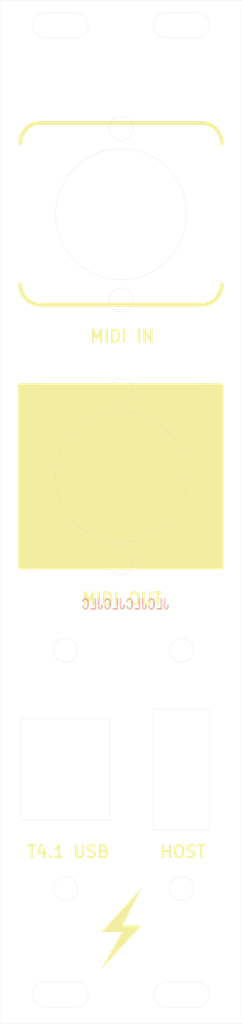
<source format=kicad_pcb>
(kicad_pcb (version 20221018) (generator pcbnew)

  (general
    (thickness 1.6)
  )

  (paper "A4")
  (layers
    (0 "F.Cu" signal)
    (31 "B.Cu" signal)
    (32 "B.Adhes" user "B.Adhesive")
    (33 "F.Adhes" user "F.Adhesive")
    (34 "B.Paste" user)
    (35 "F.Paste" user)
    (36 "B.SilkS" user "B.Silkscreen")
    (37 "F.SilkS" user "F.Silkscreen")
    (38 "B.Mask" user)
    (39 "F.Mask" user)
    (40 "Dwgs.User" user "User.Drawings")
    (41 "Cmts.User" user "User.Comments")
    (42 "Eco1.User" user "User.Eco1")
    (43 "Eco2.User" user "User.Eco2")
    (44 "Edge.Cuts" user)
  )

  (setup
    (pad_to_mask_clearance 0)
    (grid_origin 25.4 25.4)
    (pcbplotparams
      (layerselection 0x00010fc_ffffffff)
      (plot_on_all_layers_selection 0x0000000_00000000)
      (disableapertmacros false)
      (usegerberextensions true)
      (usegerberattributes false)
      (usegerberadvancedattributes false)
      (creategerberjobfile false)
      (dashed_line_dash_ratio 12.000000)
      (dashed_line_gap_ratio 3.000000)
      (svgprecision 4)
      (plotframeref false)
      (viasonmask false)
      (mode 1)
      (useauxorigin false)
      (hpglpennumber 1)
      (hpglpenspeed 20)
      (hpglpendiameter 15.000000)
      (dxfpolygonmode true)
      (dxfimperialunits true)
      (dxfusepcbnewfont true)
      (psnegative false)
      (psa4output false)
      (plotreference true)
      (plotvalue false)
      (plotinvisibletext false)
      (sketchpadsonfab false)
      (subtractmaskfromsilk false)
      (outputformat 1)
      (mirror false)
      (drillshape 0)
      (scaleselection 1)
      (outputdirectory "grb/")
    )
  )

  (net 0 "")

  (gr_line (start 44.21632 100.89388) (end 44.30268 100.7745)
    (stroke (width 0.2032) (type solid)) (layer "B.SilkS") (tstamp 007833e8-9223-45c2-ac53-83fe5d50df82))
  (gr_line (start 41.62044 100.71354) (end 41.79316 100.71354)
    (stroke (width 0.2032) (type solid)) (layer "B.SilkS") (tstamp 007ed930-fc02-41ec-9749-fe01d04a1dc8))
  (gr_line (start 40.57904 101.66604) (end 40.62222 101.84638)
    (stroke (width 0.2032) (type solid)) (layer "B.SilkS") (tstamp 01ad5930-88be-4c5c-97f8-a0eddadc0369))
  (gr_line (start 38.67404 101.78542) (end 38.63086 101.66604)
    (stroke (width 0.2032) (type solid)) (layer "B.SilkS") (tstamp 02201fe2-d2b6-4265-b23d-ac81048679fe))
  (gr_line (start 41.53154 100.7745) (end 41.62044 100.71354)
    (stroke (width 0.2032) (type solid)) (layer "B.SilkS") (tstamp 0515b54a-561c-4f00-8fad-3ddbbaed6eb1))
  (gr_line (start 40.92702 101.9048) (end 40.9702 101.84638)
    (stroke (width 0.2032) (type solid)) (layer "B.SilkS") (tstamp 0643ada7-5afc-4c0a-89ef-d928084d1b6f))
  (gr_line (start 35.90544 100.89388) (end 35.9918 100.7745)
    (stroke (width 0.2032) (type solid)) (layer "B.SilkS") (tstamp 07eafa62-d2e9-4e8e-bea0-8235f52cf6f7))
  (gr_line (start 38.76294 100.7745) (end 38.8493 100.71354)
    (stroke (width 0.2032) (type solid)) (layer "B.SilkS") (tstamp 07edf972-eb40-46ac-a8ee-6b89439edaba))
  (gr_line (start 38.06952 101.96322) (end 38.15588 101.9048)
    (stroke (width 0.2032) (type solid)) (layer "B.SilkS") (tstamp 0cd479e2-4625-4709-8ce3-05495536095e))
  (gr_line (start 44.65066 100.7745) (end 44.73702 100.89388)
    (stroke (width 0.2032) (type solid)) (layer "B.SilkS") (tstamp 1482db96-8bac-45cd-8ab4-b7d8ed74b98a))
  (gr_line (start 40.19042 101.96322) (end 39.66972 101.96322)
    (stroke (width 0.2032) (type solid)) (layer "B.SilkS") (tstamp 1517bd97-4eb4-4935-ae35-1ddbcfb3a8fc))
  (gr_line (start 43.35018 101.66604) (end 43.39336 101.84638)
    (stroke (width 0.2032) (type solid)) (layer "B.SilkS") (tstamp 176bd1ec-5ada-45d8-8268-460491723432))
  (gr_line (start 39.23792 101.66604) (end 39.19474 101.78542)
    (stroke (width 0.2032) (type solid)) (layer "B.SilkS") (tstamp 191bfc17-0438-4bf7-a319-9f3d0783b79d))
  (gr_line (start 36.07816 101.96322) (end 35.9918 101.9048)
    (stroke (width 0.2032) (type solid)) (layer "B.SilkS") (tstamp 1b69c7c9-fbdb-4718-b68a-8b58037c1609))
  (gr_line (start 41.79316 101.96322) (end 41.62044 101.96322)
    (stroke (width 0.2032) (type solid)) (layer "B.SilkS") (tstamp 23af8a73-4259-4219-9635-d88b6cd60450))
  (gr_line (start 36.46678 101.66604) (end 36.4236 101.78542)
    (stroke (width 0.2032) (type solid)) (layer "B.SilkS") (tstamp 23d9cba8-6ea3-4721-98e1-7c7c912f24e8))
  (gr_line (start 37.85362 101.84638) (end 37.8968 101.9048)
    (stroke (width 0.2032) (type solid)) (layer "B.SilkS") (tstamp 25bac51b-6692-420f-9175-21a74bd3722e))
  (gr_line (start 43.39336 101.84638) (end 43.43654 101.9048)
    (stroke (width 0.2032) (type solid)) (layer "B.SilkS") (tstamp 272f12c3-ecb0-4c3b-afd4-19210c7f8ba9))
  (gr_line (start 38.63086 101.01072) (end 38.67404 100.89388)
    (stroke (width 0.2032) (type solid)) (layer "B.SilkS") (tstamp 2757b3e0-37bc-439c-acc1-4cae8be3a13e))
  (gr_line (start 39.02202 101.96322) (end 38.8493 101.96322)
    (stroke (width 0.2032) (type solid)) (layer "B.SilkS") (tstamp 27dd3a0c-bc08-4715-9011-ef15e2912693))
  (gr_line (start 41.62044 101.96322) (end 41.53154 101.9048)
    (stroke (width 0.2032) (type solid)) (layer "B.SilkS") (tstamp 29fbfcbc-e702-4c74-8ebd-9095845a00b3))
  (gr_line (start 36.33724 100.7745) (end 36.4236 100.89388)
    (stroke (width 0.2032) (type solid)) (layer "B.SilkS") (tstamp 2a58e76d-5607-4ab2-b3b6-e8b810949a67))
  (gr_line (start 42.96156 101.96322) (end 42.44086 101.96322)
    (stroke (width 0.2032) (type solid)) (layer "B.SilkS") (tstamp 2b1f280b-e85e-4dfc-a480-b77620fa96ab))
  (gr_line (start 42.05224 101.19106) (end 42.05224 101.48824)
    (stroke (width 0.2032) (type solid)) (layer "B.SilkS") (tstamp 2f9577bc-d58f-4b08-8b7d-195dc6b8e6ad))
  (gr_line (start 44.30268 101.9048) (end 44.21632 101.78542)
    (stroke (width 0.2032) (type solid)) (layer "B.SilkS") (tstamp 3118f28a-6ab6-4be8-b074-06fbb5fd4708))
  (gr_line (start 43.35018 100.71354) (end 43.35018 101.66604)
    (stroke (width 0.2032) (type solid)) (layer "B.SilkS") (tstamp 3c4c3057-08a2-49b6-876d-e1ef84fbe13f))
  (gr_line (start 41.96588 100.89388) (end 42.00906 101.01072)
    (stroke (width 0.2032) (type solid)) (layer "B.SilkS") (tstamp 45859ca8-0cc7-4332-a45a-74ec72c2c48c))
  (gr_line (start 44.82338 101.19106) (end 44.82338 101.48824)
    (stroke (width 0.2032) (type solid)) (layer "B.SilkS") (tstamp 4cd5a55a-d919-4009-815a-d80d5730cd70))
  (gr_line (start 41.44518 101.78542) (end 41.402 101.66604)
    (stroke (width 0.2032) (type solid)) (layer "B.SilkS") (tstamp 4d19e2e2-7980-467e-8b29-906ed47e1f44))
  (gr_line (start 36.50996 101.19106) (end 36.50996 101.48824)
    (stroke (width 0.2032) (type solid)) (layer "B.SilkS") (tstamp 4df5e7fd-22a8-4d07-945d-3c7960e9ef54))
  (gr_line (start 36.25088 101.96322) (end 36.07816 101.96322)
    (stroke (width 0.2032) (type solid)) (layer "B.SilkS") (tstamp 4eae0554-4296-40e1-984d-2fdbb8fa9ec0))
  (gr_line (start 37.98316 101.96322) (end 38.06952 101.96322)
    (stroke (width 0.2032) (type solid)) (layer "B.SilkS") (tstamp 50c72eb0-fd1a-49ee-af37-086a3c036f14))
  (gr_line (start 43.6118 101.96322) (end 43.69816 101.9048)
    (stroke (width 0.2032) (type solid)) (layer "B.SilkS") (tstamp 52866a77-2c5b-4f89-800c-3855f00de579))
  (gr_line (start 40.57904 100.71354) (end 40.57904 101.66604)
    (stroke (width 0.2032) (type solid)) (layer "B.SilkS") (tstamp 52b47f78-4f58-4871-bb0d-10c79adac579))
  (gr_line (start 46.29404 101.96322) (end 46.38294 101.96322)
    (stroke (width 0.2032) (type solid)) (layer "B.SilkS") (tstamp 596672c1-9388-42f6-9cae-dfa01901b5a4))
  (gr_line (start 36.4236 101.78542) (end 36.33724 101.9048)
    (stroke (width 0.2032) (type solid)) (layer "B.SilkS") (tstamp 5a43c449-5181-4936-8b61-ad67dff641e6))
  (gr_line (start 36.07816 100.71354) (end 36.25088 100.71354)
    (stroke (width 0.2032) (type solid)) (layer "B.SilkS") (tstamp 5ad805df-de67-400b-b98d-7db91cc2ee12))
  (gr_line (start 38.8493 101.96322) (end 38.76294 101.9048)
    (stroke (width 0.2032) (type solid)) (layer "B.SilkS") (tstamp 5f2a0570-5043-43aa-9c9d-76208ea7714e))
  (gr_line (start 44.73702 100.89388) (end 44.7802 101.01072)
    (stroke (width 0.2032) (type solid)) (layer "B.SilkS") (tstamp 61114461-0ec8-4a39-bc23-7d0ed7cf3689))
  (gr_line (start 36.46678 101.01072) (end 36.50996 101.19106)
    (stroke (width 0.2032) (type solid)) (layer "B.SilkS") (tstamp 6b245f0f-9f8d-4630-9f48-d5af51ef211a))
  (gr_line (start 41.402 101.01072) (end 41.44518 100.89388)
    (stroke (width 0.2032) (type solid)) (layer "B.SilkS") (tstamp 6da227ac-c0ee-4aed-946b-a5415dc64432))
  (gr_line (start 40.66794 101.9048) (end 40.7543 101.96322)
    (stroke (width 0.2032) (type solid)) (layer "B.SilkS") (tstamp 6e7b3b37-8753-4c10-af77-9af9bf937b6d))
  (gr_line (start 40.84066 101.96322) (end 40.92702 101.9048)
    (stroke (width 0.2032) (type solid)) (layer "B.SilkS") (tstamp 7136c0c0-65c9-4286-b75d-b58c7d129431))
  (gr_line (start 39.2811 101.19106) (end 39.2811 101.48824)
    (stroke (width 0.2032) (type solid)) (layer "B.SilkS") (tstamp 71f3567a-81b9-496b-b773-38f5769f952d))
  (gr_line (start 41.87952 101.9048) (end 41.79316 101.96322)
    (stroke (width 0.2032) (type solid)) (layer "B.SilkS") (tstamp 765864fb-f636-47ae-8861-bb6822bced80))
  (gr_line (start 43.74134 101.84638) (end 43.78452 101.66604)
    (stroke (width 0.2032) (type solid)) (layer "B.SilkS") (tstamp 788b18b7-28cf-4646-8daf-4db03044a38b))
  (gr_line (start 37.81044 101.66604) (end 37.85362 101.84638)
    (stroke (width 0.2032) (type solid)) (layer "B.SilkS") (tstamp 791df0b1-8eb0-49fc-af55-3779530741e2))
  (gr_line (start 40.7543 101.96322) (end 40.84066 101.96322)
    (stroke (width 0.2032) (type solid)) (layer "B.SilkS") (tstamp 7f801c65-7fa5-4cac-a5a9-5b00a5bfe33c))
  (gr_line (start 46.51248 101.84638) (end 46.55566 101.66604)
    (stroke (width 0.2032) (type solid)) (layer "B.SilkS") (tstamp 80447646-9446-4f66-b5b4-86187c381a97))
  (gr_line (start 44.82338 101.48824) (end 44.7802 101.66604)
    (stroke (width 0.2032) (type solid)) (layer "B.SilkS") (tstamp 81d30570-c5e4-4405-b0a9-8b53111f9369))
  (gr_line (start 36.25088 100.71354) (end 36.33724 100.7745)
    (stroke (width 0.2032) (type solid)) (layer "B.SilkS") (tstamp 824ade12-b743-400a-ab2e-a8fb1ea7cf05))
  (gr_line (start 39.10838 100.7745) (end 39.19474 100.89388)
    (stroke (width 0.2032) (type solid)) (layer "B.SilkS") (tstamp 8254163c-8b44-45f0-a230-878480159330))
  (gr_line (start 46.38294 101.96322) (end 46.4693 101.9048)
    (stroke (width 0.2032) (type solid)) (layer "B.SilkS") (tstamp 8371b403-3f49-462f-acba-c5b83585e4d9))
  (gr_line (start 43.43654 101.9048) (end 43.52544 101.96322)
    (stroke (width 0.2032) (type solid)) (layer "B.SilkS") (tstamp 8410fecd-50bd-4c35-8207-9dbf97456bcc))
  (gr_line (start 45.7327 101.96322) (end 45.212 101.96322)
    (stroke (width 0.2032) (type solid)) (layer "B.SilkS") (tstamp 86d39fb0-e101-48ad-ad2c-95834e85fe9d))
  (gr_line (start 39.10838 101.9048) (end 39.02202 101.96322)
    (stroke (width 0.2032) (type solid)) (layer "B.SilkS") (tstamp 888b40f9-caed-439b-a789-5bfe6bfdd66a))
  (gr_line (start 44.30268 100.7745) (end 44.38904 100.71354)
    (stroke (width 0.2032) (type solid)) (layer "B.SilkS") (tstamp 88f990b9-7fbe-4062-b8bd-9f51c5fe9095))
  (gr_line (start 41.01338 101.66604) (end 41.01338 101.54666)
    (stroke (width 0.2032) (type solid)) (layer "B.SilkS") (tstamp 8bc45b6c-d277-4ca5-87ff-1e11c92b3c93))
  (gr_line (start 41.44518 100.89388) (end 41.53154 100.7745)
    (stroke (width 0.2032) (type solid)) (layer "B.SilkS") (tstamp 8cd61bf9-ce06-4eb4-8776-38d7ed8df97b))
  (gr_line (start 41.87952 100.7745) (end 41.96588 100.89388)
    (stroke (width 0.2032) (type solid)) (layer "B.SilkS") (tstamp 8d5708e2-527f-43e8-82d4-f93f63afc838))
  (gr_line (start 39.02202 100.71354) (end 39.10838 100.7745)
    (stroke (width 0.2032) (type solid)) (layer "B.SilkS") (tstamp 8e82890f-fb0a-4eba-8ff0-e70c1a88c11a))
  (gr_line (start 40.62222 101.84638) (end 40.66794 101.9048)
    (stroke (width 0.2032) (type solid)) (layer "B.SilkS") (tstamp 95033731-f879-4345-8949-8d4301bfd46a))
  (gr_line (start 42.00906 101.66604) (end 41.96588 101.78542)
    (stroke (width 0.2032) (type solid)) (layer "B.SilkS") (tstamp 964ca515-0a47-4728-a23a-77839f023b5d))
  (gr_line (start 39.23792 101.01072) (end 39.2811 101.19106)
    (stroke (width 0.2032) (type solid)) (layer "B.SilkS") (tstamp 9741bf58-66e2-411f-9a3f-fe52f5ba3fe2))
  (gr_line (start 40.9702 101.84638) (end 41.01338 101.66604)
    (stroke (width 0.2032) (type solid)) (layer "B.SilkS") (tstamp 9881ad77-b2b1-4f4f-9d8e-60c641e6108b))
  (gr_line (start 44.21632 101.78542) (end 44.17314 101.66604)
    (stroke (width 0.2032) (type solid)) (layer "B.SilkS") (tstamp 99b5aa27-2686-4f1a-8806-93ecc71400b9))
  (gr_line (start 37.81044 100.71354) (end 37.81044 101.66604)
    (stroke (width 0.2032) (type solid)) (layer "B.SilkS") (tstamp a3309cfb-c24e-4b3d-a19f-0bacca01d3c0))
  (gr_line (start 44.7802 101.01072) (end 44.82338 101.19106)
    (stroke (width 0.2032) (type solid)) (layer "B.SilkS") (tstamp ac24a61d-b1e0-4c8e-881a-f6344eba76c1))
  (gr_line (start 35.85972 101.01072) (end 35.90544 100.89388)
    (stroke (width 0.2032) (type solid)) (layer "B.SilkS") (tstamp ae29c947-4e5e-4b65-b3d2-997457cfa200))
  (gr_line (start 46.1645 101.84638) (end 46.20768 101.9048)
    (stroke (width 0.2032) (type solid)) (layer "B.SilkS") (tstamp afef5102-cdb5-48f0-bbaf-8380a4784c06))
  (gr_line (start 44.7802 101.66604) (end 44.73702 101.78542)
    (stroke (width 0.2032) (type solid)) (layer "B.SilkS") (tstamp b0805e57-77ce-49b5-aac3-3708b87a42ad))
  (gr_line (start 38.67404 100.89388) (end 38.76294 100.7745)
    (stroke (width 0.2032) (type solid)) (layer "B.SilkS") (tstamp b21425e9-c6b2-47f7-917b-82b4f2d0e916))
  (gr_line (start 39.19474 101.78542) (end 39.10838 101.9048)
    (stroke (width 0.2032) (type solid)) (layer "B.SilkS") (tstamp b79fb44e-de89-4231-9226-d30d3eb9a646))
  (gr_line (start 46.20768 101.9048) (end 46.29404 101.96322)
    (stroke (width 0.2032) (type solid)) (layer "B.SilkS") (tstamp ba76cbec-8616-49f0-9f51-8c3b68d0b7c6))
  (gr_line (start 46.55566 101.66604) (end 46.55566 101.54666)
    (stroke (width 0.2032) (type solid)) (layer "B.SilkS") (tstamp bb18c8e2-dac1-4e5a-a19d-253824c23911))
  (gr_line (start 43.78452 101.66604) (end 43.78452 101.54666)
    (stroke (width 0.2032) (type solid)) (layer "B.SilkS") (tstamp bf20b538-f3e9-4d7d-922c-71a1ec1543f2))
  (gr_line (start 36.33724 101.9048) (end 36.25088 101.96322)
    (stroke (width 0.2032) (type solid)) (layer "B.SilkS") (tstamp bf316337-a2b2-4566-bad4-9749a2c8aee7))
  (gr_line (start 38.8493 100.71354) (end 39.02202 100.71354)
    (stroke (width 0.2032) (type solid)) (layer "B.SilkS") (tstamp bfe8220d-775e-41eb-a46f-fef021bfcf9e))
  (gr_line (start 38.24224 101.66604) (end 38.24224 101.54666)
    (stroke (width 0.2032) (type solid)) (layer "B.SilkS") (tstamp c5864497-6460-43ef-bbe5-c1aae04d6ece))
  (gr_line (start 38.19906 101.84638) (end 38.24224 101.66604)
    (stroke (width 0.2032) (type solid)) (layer "B.SilkS") (tstamp c6ca9f85-4f4e-47bc-b940-06d9d62080d3))
  (gr_line (start 37.41928 100.71354) (end 37.41928 101.96322)
    (stroke (width 0.2032) (type solid)) (layer "B.SilkS") (tstamp c8792313-a9ce-40e5-a3b7-5482ad74d366))
  (gr_line (start 44.38904 100.71354) (end 44.5643 100.71354)
    (stroke (width 0.2032) (type solid)) (layer "B.SilkS") (tstamp c9466b86-c079-442a-849c-9301f81aa120))
  (gr_line (start 46.4693 101.9048) (end 46.51248 101.84638)
    (stroke (width 0.2032) (type solid)) (layer "B.SilkS") (tstamp c9c5244c-3dc2-44a6-a3b0-2d866b6abb8c))
  (gr_line (start 41.79316 100.71354) (end 41.87952 100.7745)
    (stroke (width 0.2032) (type solid)) (layer "B.SilkS") (tstamp cdb17719-57e6-4b37-a7a3-5be4b17199ed))
  (gr_line (start 36.50996 101.48824) (end 36.46678 101.66604)
    (stroke (width 0.2032) (type solid)) (layer "B.SilkS") (tstamp cfce39c9-899e-420e-ac4b-e784af0aaa9e))
  (gr_line (start 43.52544 101.96322) (end 43.6118 101.96322)
    (stroke (width 0.2032) (type solid)) (layer "B.SilkS") (tstamp d2c06ff1-739c-49e4-ac45-ed3acd327bf0))
  (gr_line (start 44.17314 101.01072) (end 44.21632 100.89388)
    (stroke (width 0.2032) (type solid)) (layer "B.SilkS") (tstamp d37a8696-c0ab-42ab-b5bf-578d57bdd9fc))
  (gr_line (start 36.4236 100.89388) (end 36.46678 101.01072)
    (stroke (width 0.2032) (type solid)) (layer "B.SilkS") (tstamp d3fe8f67-7f52-422b-bdb6-5f0dd73bb54b))
  (gr_line (start 35.90544 101.78542) (end 35.85972 101.66604)
    (stroke (width 0.2032) (type solid)) (layer "B.SilkS") (tstamp d72d2a60-7703-4308-9898-708255ee1465))
  (gr_line (start 44.5643 101.96322) (end 44.38904 101.96322)
    (stroke (width 0.2032) (type solid)) (layer "B.SilkS") (tstamp d783b47c-b71a-4c99-ac06-6db4ba3472d1))
  (gr_line (start 44.5643 100.71354) (end 44.65066 100.7745)
    (stroke (width 0.2032) (type solid)) (layer "B.SilkS") (tstamp d78fddc9-9ba9-45b5-9104-4047c7a19e11))
  (gr_line (start 38.15588 101.9048) (end 38.19906 101.84638)
    (stroke (width 0.2032) (type solid)) (layer "B.SilkS") (tstamp d979427a-8b90-46e8-9f96-938285dce28f))
  (gr_line (start 44.38904 101.96322) (end 44.30268 101.9048)
    (stroke (width 0.2032) (type solid)) (layer "B.SilkS") (tstamp da4e2c64-1fbd-4522-8559-ca2a102815c1))
  (gr_line (start 46.12132 100.71354) (end 46.12132 101.66604)
    (stroke (width 0.2032) (type solid)) (layer "B.SilkS") (tstamp db45735f-1865-4bd5-ade8-6599f6e1c207))
  (gr_line (start 35.9918 101.9048) (end 35.90544 101.78542)
    (stroke (width 0.2032) (type solid)) (layer "B.SilkS") (tstamp dcf9b5c9-d7bf-49fd-9343-a8d7e4b76a55))
  (gr_line (start 40.19042 100.71354) (end 40.19042 101.96322)
    (stroke (width 0.2032) (type solid)) (layer "B.SilkS") (tstamp e200c442-8ed8-42b7-abde-2adb05085681))
  (gr_line (start 37.8968 101.9048) (end 37.98316 101.96322)
    (stroke (width 0.2032) (type solid)) (layer "B.SilkS") (tstamp e2fb2a97-1748-4190-b01c-2ba0cdb5aa71))
  (gr_line (start 44.65066 101.9048) (end 44.5643 101.96322)
    (stroke (width 0.2032) (type solid)) (layer "B.SilkS") (tstamp e46fb088-ade5-4e56-a843-305d6db74144))
  (gr_line (start 38.76294 101.9048) (end 38.67404 101.78542)
    (stroke (width 0.2032) (type solid)) (layer "B.SilkS") (tstamp e8105be4-f34f-4dad-ae7c-cc4a28b78a5a))
  (gr_line (start 41.53154 101.9048) (end 41.44518 101.78542)
    (stroke (width 0.2032) (type solid)) (layer "B.SilkS") (tstamp ea0fa7ee-1cc9-4419-9aa0-c730dcd25bb6))
  (gr_line (start 37.41928 101.96322) (end 36.90112 101.96322)
    (stroke (width 0.2032) (type solid)) (layer "B.SilkS") (tstamp ea23c824-fece-47c2-aee4-3914c93bf24e))
  (gr_line (start 44.73702 101.78542) (end 44.65066 101.9048)
    (stroke (width 0.2032) (type solid)) (layer "B.SilkS") (tstamp eb1223e9-b8f2-4e3f-a157-ec906b4a9b45))
  (gr_line (start 39.19474 100.89388) (end 39.23792 101.01072)
    (stroke (width 0.2032) (type solid)) (layer "B.SilkS") (tstamp ebf92e15-28cb-45c1-ae84-c5d03fa8c6a7))
  (gr_line (start 42.96156 100.71354) (end 42.96156 101.96322)
    (stroke (width 0.2032) (type solid)) (layer "B.SilkS") (tstamp ee224468-6234-4759-bbb2-0369f75cd56c))
  (gr_line (start 43.69816 101.9048) (end 43.74134 101.84638)
    (stroke (width 0.2032) (type solid)) (layer "B.SilkS") (tstamp f2532556-4d56-4afe-a00c-4e6eab8f766b))
  (gr_line (start 39.2811 101.48824) (end 39.23792 101.66604)
    (stroke (width 0.2032) (type solid)) (layer "B.SilkS") (tstamp f2b76760-0144-4c36-bc29-1ea20bbdfc30))
  (gr_line (start 45.7327 100.71354) (end 45.7327 101.96322)
    (stroke (width 0.2032) (type solid)) (layer "B.SilkS") (tstamp f3a2e84d-2856-4fea-badd-b3f3d5ec1f48))
  (gr_line (start 42.05224 101.48824) (end 42.00906 101.66604)
    (stroke (width 0.2032) (type solid)) (layer "B.SilkS") (tstamp f7227efe-d1f0-4bc5-a4c7-d6af1a0e0aa7))
  (gr_line (start 42.00906 101.01072) (end 42.05224 101.19106)
    (stroke (width 0.2032) (type solid)) (layer "B.SilkS") (tstamp fc98a8d6-50d3-4c7e-a54a-896cd297d77e))
  (gr_line (start 35.9918 100.7745) (end 36.07816 100.71354)
    (stroke (width 0.2032) (type solid)) (layer "B.SilkS") (tstamp fcf2b993-9be4-4b81-90db-0065212ad4a8))
  (gr_line (start 46.12132 101.66604) (end 46.1645 101.84638)
    (stroke (width 0.2032) (type solid)) (layer "B.SilkS") (tstamp fd555eab-8fc9-49ab-bb08-8199c4f739e2))
  (gr_line (start 41.96588 101.78542) (end 41.87952 101.9048)
    (stroke (width 0.2032) (type solid)) (layer "B.SilkS") (tstamp ff233a46-8185-4607-b8b9-aafe573db03c))
  (gr_line (start 30.48 40.856856) (end 50.8 40.856856)
    (stroke (width 0.5) (type default)) (layer "F.SilkS") (tstamp 0cd7bcc4-fd5b-4597-8779-cc3ed6b12c86))
  (gr_rect (start 27.94 96.52) (end 53.34 96.52)
    (stroke (width 0.1) (type default)) (fill none) (layer "F.SilkS") (tstamp 0ea71cf6-08cb-4a1d-b445-cbfdb74af60f))
  (gr_line (start 30.48 63.716856) (end 50.8 63.716856)
    (stroke (width 0.5) (type default)) (layer "F.SilkS") (tstamp 1c2f96e6-3b69-4dcd-a30a-715074d6894a))
  (gr_arc (start 50.8 40.856856) (mid 52.596051 41.600805) (end 53.34 43.396856)
    (stroke (width 0.5) (type default)) (layer "F.SilkS") (tstamp 1c62400b-7c69-4fd6-bc88-f134c7b6f4ce))
  (gr_arc (start 53.34 93.98) (mid 52.596051 95.776051) (end 50.8 96.52)
    (stroke (width 0.1) (type default)) (layer "F.SilkS") (tstamp 24026b6c-5b6b-45a6-97c2-9e119a5cb93e))
  (gr_line (start 27.94 76.2) (end 27.94 93.98)
    (stroke (width 0.1) (type default)) (layer "F.SilkS") (tstamp 31e1c108-f551-4795-9eb1-3e0af077c313))
  (gr_line (start 30.48 96.52) (end 50.8 96.52)
    (stroke (width 0.1) (type default)) (layer "F.SilkS") (tstamp 4241ea35-7976-4e12-812d-c47ecf48f65c))
  (gr_line (start 30.48 73.66) (end 50.8 73.66)
    (stroke (width 0.1) (type default)) (layer "F.SilkS") (tstamp 47a0d5a7-2ebb-40b5-bdce-52ec33069130))
  (gr_arc (start 50.8 73.66) (mid 52.596051 74.403949) (end 53.34 76.2)
    (stroke (width 0.1) (type default)) (layer "F.SilkS") (tstamp 587597de-a5f4-461d-90a1-bd8364046cf8))
  (gr_rect (start 27.94 73.66) (end 53.34 73.66)
    (stroke (width 0.1) (type default)) (fill none) (layer "F.SilkS") (tstamp 66fe954c-e95a-46dc-8813-b9fd7be71650))
  (gr_poly
    (pts
      (xy 43.18 137.16)
      (xy 38.208 142.604)
      (xy 40.808 142.604)
      (xy 38.208 147.204)
      (xy 43.208 141.804)
      (xy 40.808 141.804)
    )

    (stroke (width 0.05) (type solid)) (fill solid) (layer "F.SilkS") (tstamp 718d216e-3f66-47e6-92cb-4d47e39e3b78))
  (gr_rect (start 27.927937 73.909582) (end 53.327937 96.769582)
    (stroke (width 0.5) (type solid)) (fill solid) (layer "F.SilkS") (tstamp 8da7db81-16d2-44cf-acac-5fefd35d4f5a))
  (gr_arc (start 30.48 96.52) (mid 28.683949 95.776051) (end 27.94 93.98)
    (stroke (width 0.1) (type default)) (layer "F.SilkS") (tstamp 923e17dc-83ff-4f9a-a1db-e99939e2eb51))
  (gr_rect (start 27.94 73.66) (end 27.94 96.52)
    (stroke (width 0.1) (type default)) (fill none) (layer "F.SilkS") (tstamp a720e0a2-1af5-464e-92ec-209549c4233e))
  (gr_arc (start 30.48 63.716856) (mid 28.683949 62.972907) (end 27.94 61.176856)
    (stroke (width 0.5) (type default)) (layer "F.SilkS") (tstamp b9967b63-e464-44b8-8b12-f84570721ea0))
  (gr_arc (start 27.94 76.2) (mid 28.683949 74.403949) (end 30.48 73.66)
    (stroke (width 0.1) (type default)) (layer "F.SilkS") (tstamp e00fc6f9-a9d5-4537-9f86-9f6ef02982eb))
  (gr_line (start 53.34 76.2) (end 53.34 93.98)
    (stroke (width 0.1) (type default)) (layer "F.SilkS") (tstamp eba75e58-9c12-4dfa-8fd0-84e29466bc64))
  (gr_arc (start 53.34 61.176856) (mid 52.596051 62.972907) (end 50.8 63.716856)
    (stroke (width 0.5) (type default)) (layer "F.SilkS") (tstamp ed91a22a-1aba-430b-9b96-03093e76afe8))
  (gr_arc (start 27.94 43.396856) (mid 28.683949 41.600805) (end 30.48 40.856856)
    (stroke (width 0.5) (type default)) (layer "F.SilkS") (tstamp fe164362-4726-4c75-af10-728e4b9f7080))
  (gr_line (start 29.64434 29.18714) (end 29.79928 29.46146)
    (stroke (width 0.0254) (type solid)) (layer "Edge.Cuts") (tstamp 003aa263-f954-4dc2-bafc-f20e3fd126e1))
  (gr_line (start 51.64836 29.14904) (end 51.73726 28.84678)
    (stroke (width 0.0254) (type solid)) (layer "Edge.Cuts") (tstamp 022fa64f-fc06-4c4b-88c5-c79532a03ef0))
  (gr_line (start 46.80458 106.73588) (end 46.74108 107.03814)
    (stroke (width 0.0254) (type solid)) (layer "Edge.Cuts") (tstamp 024a777b-697d-4a3b-8229-099196b12d05))
  (gr_line (start 36.49726 150.76678) (end 36.52266 150.45182)
    (stroke (width 0.0254) (type solid)) (layer "Edge.Cuts") (tstamp 02c1f984-5674-4afd-8f81-be91a88db55a))
  (gr_line (start 44.8691 27.9527) (end 44.7802 28.25496)
    (stroke (width 0.0254) (type solid)) (layer "Edge.Cuts") (tstamp 02d88c5c-4c06-48fb-8fde-f4d16b173945))
  (gr_line (start 48.86198 51.60772) (end 48.768 50.89398)
    (stroke (width 0.0254) (type solid)) (layer "Edge.Cuts") (tstamp 03ade4fb-1ba2-483b-b37e-5c5c28c0e5ff))
  (gr_line (start 47.10176 136.1694) (end 46.92396 136.4234)
    (stroke (width 0.0254) (type solid)) (layer "Edge.Cuts") (tstamp 03c62198-0207-43b0-be52-2c8feed33c36))
  (gr_line (start 35.86226 59.05754) (end 36.46424 59.4487)
    (stroke (width 0.0254) (type solid)) (layer "Edge.Cuts") (tstamp 044f9063-8542-421b-856a-5872b6ad810a))
  (gr_line (start 42.13352 63.42634) (end 42.164 63.12408)
    (stroke (width 0.0254) (type solid)) (layer "Edge.Cuts") (tstamp 0489c75e-42dd-4871-a247-36c290c47cef))
  (gr_line (start 41.16832 61.6966) (end 40.8686 61.61786)
    (stroke (width 0.0254) (type solid)) (layer "Edge.Cuts") (tstamp 04b479b7-3810-43c1-a827-5c20d36d740d))
  (gr_line (start 35.53968 151.94788) (end 35.81908 151.79802)
    (stroke (width 0.0254) (type solid)) (layer "Edge.Cuts") (tstamp 051be137-6266-4687-95d2-fa09e929ffa4))
  (gr_line (start 41.89222 75.4126) (end 42.04208 75.14082)
    (stroke (width 0.0254) (type solid)) (layer "Edge.Cuts") (tstamp 056aa431-b0e0-44f9-896a-ee6d1533bc18))
  (gr_line (start 51.72964 150.13686) (end 51.63312 149.8346)
    (stroke (width 0.0254) (type solid)) (layer "Edge.Cuts") (tstamp 05c7bc43-6e6c-48e9-873b-3d7fba5c48c5))
  (gr_line (start 47.1043 108.18368) (end 47.32782 108.39704)
    (stroke (width 0.0254) (type solid)) (layer "Edge.Cuts") (tstamp 061c3242-3964-4b9b-961c-95d8309de162))
  (gr_line (start 39.18458 63.58382) (end 39.3065 63.8683)
    (stroke (width 0.0254) (type solid)) (layer "Edge.Cuts") (tstamp 06a2b58a-e197-413c-9d07-ca41f4193460))
  (gr_line (start 40.56634 76.06792) (end 40.87368 76.05014)
    (stroke (width 0.0254) (type solid)) (layer "Edge.Cuts") (tstamp 06db0886-39a1-4e1a-a1e5-ccc201ce938f))
  (gr_line (start 45.01642 27.6733) (end 44.8691 27.9527)
    (stroke (width 0.0254) (type solid)) (layer "Edge.Cuts") (tstamp 0779ff9f-5a31-4c91-9ddf-32a0835cc9bb))
  (gr_line (start 28.067 128.524) (end 28.067 115.824)
    (stroke (width 0.0254) (type solid)) (layer "Edge.Cuts") (tstamp 0850b59c-a25b-4a87-8cda-4431391999f3))
  (gr_line (start 44.8691 149.8727) (end 44.7802 150.17496)
    (stroke (width 0.0254) (type solid)) (layer "Edge.Cuts") (tstamp 08803b2a-3fc1-4933-ade5-38dc1335fe81))
  (gr_line (start 46.07814 30.12694) (end 46.355 30.1498)
    (stroke (width 0.0254) (type solid)) (layer "Edge.Cuts") (tstamp 0906f27f-f8cb-470d-bb80-4f95477c8127))
  (gr_line (start 32.51454 50.85588) (end 32.41802 51.56708)
    (stroke (width 0.0254) (type solid)) (layer "Edge.Cuts") (tstamp 0a70cddb-d21b-4052-963a-82b614c3ab41))
  (gr_line (start 34.8234 79.48676) (end 34.33572 80.01508)
    (stroke (width 0.0254) (type solid)) (layer "Edge.Cuts") (tstamp 0b45fd68-7725-450f-b8f9-dad865791a87))
  (gr_line (start 50.77968 151.94788) (end 51.05908 151.79802)
    (stroke (width 0.0254) (type solid)) (layer "Edge.Cuts") (tstamp 0b6495a9-2a76-4f74-b196-28cdf1ff6be3))
  (gr_line (start 30.21838 27.22372) (end 29.97454 27.42692)
    (stroke (width 0.0254) (type solid)) (layer "Edge.Cuts") (tstamp 0b84bf86-0134-4c41-bd4e-c73bb109eee6))
  (gr_line (start 36.39312 149.8346) (end 36.23818 149.56028)
    (stroke (width 0.0254) (type solid)) (layer "Edge.Cuts") (tstamp 0c7c780c-d6a7-4b4b-9bde-e25196aa37ce))
  (gr_line (start 32.41802 84.58708) (end 32.385 85.3059)
    (stroke (width 0.0254) (type solid)) (layer "Edge.Cuts") (tstamp 0d222ae5-b064-4dc8-87d2-01be820357eb))
  (gr_line (start 34.8234 46.46676) (end 34.33572 46.99508)
    (stroke (width 0.0254) (type solid)) (layer "Edge.Cuts") (tstamp 0d4762a5-989e-4ca8-a19a-4876c80ffcbd))
  (gr_line (start 51.50104 151.34844) (end 51.64836 151.06904)
    (stroke (width 0.0254) (type solid)) (layer "Edge.Cuts") (tstamp 0d8c9764-2f60-406b-80fa-7ddf602c5d58))
  (gr_line (start 51.02606 149.1234) (end 50.74412 148.97862)
    (stroke (width 0.0254) (type solid)) (layer "Edge.Cuts") (tstamp 0da4c80a-2aa5-4f7f-98d9-02e6c3dd774b))
  (gr_line (start 39.12362 63.28156) (end 39.18458 63.58382)
    (stroke (width 0.0254) (type solid)) (layer "Edge.Cuts") (tstamp 0dbc07d2-a3a9-4612-8126-b2cf66c3e25e))
  (gr_line (start 47.32782 108.39704) (end 47.58944 108.5596)
    (stroke (width 0.0254) (type solid)) (layer "Edge.Cuts") (tstamp 0e9b90be-bb60-47e8-81f2-f318a8e441e1))
  (gr_line (start 42.71518 93.33484) (end 43.40098 93.12402)
    (stroke (width 0.0254) (type solid)) (layer "Edge.Cuts") (tstamp 0efd4302-15d9-4635-a1d4-fae0b78a5f7b))
  (gr_line (start 41.68902 62.01918) (end 41.44518 61.83122)
    (stroke (width 0.0254) (type solid)) (layer "Edge.Cuts") (tstamp 0f884d98-30ac-4492-bba1-814ca5f883fc))
  (gr_line (start 29.5402 150.17496) (end 29.5148 150.48992)
    (stroke (width 0.0254) (type solid)) (layer "Edge.Cuts") (tstamp 0fbb1308-1b9b-431f-96d9-3cc6c53127e3))
  (gr_line (start 40.56126 40.00246) (end 40.25646 40.05072)
    (stroke (width 0.0254) (type solid)) (layer "Edge.Cuts") (tstamp 0fed8e84-4062-4bff-8cf4-f12c2dbe6c93))
  (gr_line (start 44.7548 150.48992) (end 44.78782 150.80488)
    (stroke (width 0.0254) (type solid)) (layer "Edge.Cuts") (tstamp 143613dc-ec24-4ed1-8b44-b1ce994715e4))
  (gr_line (start 45.31868 92.14612) (end 45.89272 91.71178)
    (stroke (width 0.0254) (type solid)) (layer "Edge.Cuts") (tstamp 145f9f42-5717-4ca1-bb3d-f91c0c8dcd11))
  (gr_line (start 32.41802 51.56708) (end 32.385 52.2859)
    (stroke (width 0.0254) (type solid)) (layer "Edge.Cuts") (tstamp 14970cfb-c8ac-40c0-b63f-bde019e0fc6d))
  (gr_line (start 42.164 41.52392) (end 42.13098 41.21912)
    (stroke (width 0.0254) (type solid)) (layer "Edge.Cuts") (tstamp 159a4978-ec65-4596-a9ba-b37233c58a86))
  (gr_line (start 41.16832 94.7166) (end 40.8686 94.63786)
    (stroke (width 0.0254) (type solid)) (layer "Edge.Cuts") (tstamp 15ce1cad-8025-4696-ac3e-5f2163a6df4b))
  (gr_line (start 46.355 26.9494) (end 50.165 26.9494)
    (stroke (width 0.0254) (type solid)) (layer "Edge.Cuts") (tstamp 1690acc7-c6e6-4e1f-80d2-3c5cee4ba124))
  (gr_line (start 42.0116 93.4847) (end 42.71518 93.33484)
    (stroke (width 0.0254) (type solid)) (layer "Edge.Cuts") (tstamp 16c10b78-40e3-4919-b7da-d56f731ff660))
  (gr_line (start 49.75098 106.8832) (end 49.65954 106.58856)
    (stroke (width 0.0254) (type solid)) (layer "Edge.Cuts") (tstamp 17020f54-14b4-4f1d-9a01-58bf24b46cd4))
  (gr_line (start 34.46018 135.86714) (end 34.18332 135.73252)
    (stroke (width 0.0254) (type solid)) (layer "Edge.Cuts") (tstamp 172d901c-80a2-4d36-b8b9-598ab53ba95f))
  (gr_line (start 40.56634 97.66808) (end 40.87368 97.6503)
    (stroke (width 0.0254) (type solid)) (layer "Edge.Cuts") (tstamp 17482b84-cc46-4530-9320-b01fa66a5d0a))
  (gr_line (start 48.08982 88.9) (end 48.36922 88.2396)
    (stroke (width 0.0254) (type solid)) (layer "Edge.Cuts") (tstamp 17506822-6bc1-4627-ae40-75981bc68573))
  (gr_line (start 32.893 82.48904) (end 32.67456 83.1723)
    (stroke (width 0.0254) (type solid)) (layer "Edge.Cuts") (tstamp 175ece2b-7630-4785-b4d7-68ad261131db))
  (gr_line (start 49.06772 138.45286) (end 49.31156 138.26236)
    (stroke (width 0.0254) (type solid)) (layer "Edge.Cuts") (tstamp 181c5eb3-0f73-4859-b9ec-b131184eaa21))
  (gr_line (start 29.54782 150.80488) (end 29.64434 151.10714)
    (stroke (width 0.0254) (type solid)) (layer "Edge.Cuts") (tstamp 18da1a54-87cf-41aa-b8e3-a433fc5fab75))
  (gr_line (start 40.8686 73.0377) (end 40.56126 73.02246)
    (stroke (width 0.0254) (type solid)) (layer "Edge.Cuts") (tstamp 18db5690-3b7c-46f9-adba-66d4214f23eb))
  (gr_line (start 32.72282 108.39704) (end 32.98444 108.5596)
    (stroke (width 0.0254) (type solid)) (layer "Edge.Cuts") (tstamp 193a4a13-1b52-40ca-8fb1-ab2cd3dc458a))
  (gr_line (start 48.4886 135.65378) (end 48.18126 135.63854)
    (stroke (width 0.0254) (type solid)) (layer "Edge.Cuts") (tstamp 1a4ade5e-c2b5-41e1-b53a-015be87a0387))
  (gr_line (start 51.816 129.794) (end 44.704 129.794)
    (stroke (width 0.0254) (type solid)) (layer "Edge.Cuts") (tstamp 1a4b47f9-161a-46cc-b587-61a1e1c87524))
  (gr_line (start 41.17086 75.97394) (end 41.44772 75.83678)
    (stroke (width 0.0254) (type solid)) (layer "Edge.Cuts") (tstamp 1aeec9d1-4ecd-41c3-b857-8c6bb1f47bc3))
  (gr_line (start 39.9415 44.09948) (end 39.22776 44.19092)
    (stroke (width 0.0254) (type solid)) (layer "Edge.Cuts") (tstamp 1b2f9916-17c8-4584-8b95-449452b93009))
  (gr_line (start 37.83838 44.55922) (end 37.1729 44.83354)
    (stroke (width 0.0254) (type solid)) (layer "Edge.Cuts") (tstamp 1bb50ef0-c352-4d5a-812d-c56f27667eb0))
  (gr_line (start 46.91634 90.70594) (end 47.3583 90.13952)
    (stroke (width 0.0254) (type solid)) (layer "Edge.Cuts") (tstamp 1bc8dfda-4eaa-40c7-9afc-39b99f6b6970))
  (gr_line (start 41.3766 77.12456) (end 40.65778 77.09154)
    (stroke (width 0.0254) (type solid)) (layer "Edge.Cuts") (tstamp 1e1657df-225a-47fd-bf07-66178a839290))
  (gr_line (start 50.74412 27.05862) (end 50.43932 26.9748)
    (stroke (width 0.0254) (type solid)) (layer "Edge.Cuts") (tstamp 1e9e6fed-4b13-4116-ae94-cbaf5399693e))
  (gr_line (start 35.05454 106.58856) (end 34.90468 106.31932)
    (stroke (width 0.0254) (type solid)) (layer "Edge.Cuts") (tstamp 1ea25696-3121-47df-8606-abcc7608aa00))
  (gr_line (start 48.08982 55.88) (end 48.36922 55.2196)
    (stroke (width 0.0254) (type solid)) (layer "Edge.Cuts") (tstamp 1f338137-7072-4e6e-9e49-bf68ed2a4ca9))
  (gr_line (start 43.47718 77.59446) (end 42.79138 77.37602)
    (stroke (width 0.0254) (type solid)) (layer "Edge.Cuts") (tstamp 201a6ee0-1fac-4238-98b8-9ce2980a5b0d))
  (gr_line (start 50.77968 30.02788) (end 51.05908 29.87802)
    (stroke (width 0.0254) (type solid)) (layer "Edge.Cuts") (tstamp 20b3d65b-f835-4800-9251-5e198c19054f))
  (gr_line (start 41.44772 97.43694) (end 41.69156 97.24644)
    (stroke (width 0.0254) (type solid)) (layer "Edge.Cuts") (tstamp 20b6ff57-47e1-43eb-984a-d91507269713))
  (gr_line (start 36.26104 151.34844) (end 36.40836 151.06904)
    (stroke (width 0.0254) (type solid)) (layer "Edge.Cuts") (tstamp 211ea821-92a4-4098-8af7-cf2d41fc0651))
  (gr_line (start 46.04004 26.98242) (end 45.73778 27.07386)
    (stroke (width 0.0254) (type solid)) (layer "Edge.Cuts") (tstamp 21df3494-a4d6-443b-ad2a-acc1f9dd511b))
  (gr_line (start 39.12108 74.39406) (end 39.12362 74.7014)
    (stroke (width 0.0254) (type solid)) (layer "Edge.Cuts") (tstamp 21e9e858-8a4d-4a77-9f22-89601e254ee4))
  (gr_line (start 39.30396 95.40748) (end 39.18458 95.69196)
    (stroke (width 0.0254) (type solid)) (layer "Edge.Cuts") (tstamp 21f42b54-ea98-43bf-bf98-77604cf11666))
  (gr_line (start 49.06518 105.89514) (end 48.78832 105.76052)
    (stroke (width 0.0254) (type solid)) (layer "Edge.Cuts") (tstamp 22d19ac2-a39f-4ec7-936b-4fac68635317))
  (gr_line (start 36.06292 151.59482) (end 36.26104 151.34844)
    (stroke (width 0.0254) (type solid)) (layer "Edge.Cuts") (tstamp 23197755-a36a-448f-a5a4-475ef86ba718))
  (gr_line (start 49.31156 108.29036) (end 49.51222 108.05668)
    (stroke (width 0.0254) (type solid)) (layer "Edge.Cuts") (tstamp 238753a5-47a1-4e17-86b8-305229bfd54a))
  (gr_line (start 39.12362 74.7014) (end 39.18458 75.00366)
    (stroke (width 0.0254) (type solid)) (layer "Edge.Cuts") (tstamp 23b89cbd-92d8-40c6-a501-437c89d7a287))
  (gr_line (start 41.44772 64.41694) (end 41.69156 64.22644)
    (stroke (width 0.0254) (type solid)) (layer "Edge.Cuts") (tstamp 247ec3eb-5440-4dc1-9a15-be70ee86e6e5))
  (gr_line (start 25.4 154.178) (end 55.88 154.178)
    (stroke (width 0.0254) (type solid)) (layer "Edge.Cuts") (tstamp 2513c4c7-8b25-4a67-aa67-335d507348d8))
  (gr_line (start 46.9265 137.90422) (end 47.1043 138.15568)
    (stroke (width 0.0254) (type solid)) (layer "Edge.Cuts") (tstamp 26530ba7-caad-4473-a0d6-7dcb6379f7eb))
  (gr_line (start 32.50184 53.71846) (end 32.65424 54.4195)
    (stroke (width 0.0254) (type solid)) (layer "Edge.Cuts") (tstamp 27c69703-1e28-4565-947a-ddcfabebd4e1))
  (gr_line (start 33.13684 55.77332) (end 33.46704 56.4134)
    (stroke (width 0.0254) (type solid)) (layer "Edge.Cuts") (tstamp 2846d4a2-f40d-46bc-a20d-b02ffda577e5))
  (gr_line (start 33.8963 80.58404) (end 33.50514 81.18856)
    (stroke (width 0.0254) (type solid)) (layer "Edge.Cuts") (tstamp 28948cbd-8c2c-46e8-937c-57c34ac70d5f))
  (gr_line (start 51.02606 27.2034) (end 50.74412 27.05862)
    (stroke (width 0.0254) (type solid)) (layer "Edge.Cuts") (tstamp 28e680c7-8007-4262-a635-cf5ba1167fa1))
  (gr_line (start 29.5402 28.25496) (end 29.5148 28.56992)
    (stroke (width 0.0254) (type solid)) (layer "Edge.Cuts") (tstamp 28fb0b74-3080-4334-8a07-516e4d4c5b6a))
  (gr_line (start 33.58134 108.712) (end 33.88868 108.69422)
    (stroke (width 0.0254) (type solid)) (layer "Edge.Cuts") (tstamp 2a22bbcf-cbcd-4b15-9650-f8216a9a83b4))
  (gr_line (start 41.16832 40.09644) (end 40.8686 40.0177)
    (stroke (width 0.0254) (type solid)) (layer "Edge.Cuts") (tstamp 2a3b0250-2db2-4fbc-a999-5640203986bb))
  (gr_line (start 46.80458 137.61974) (end 46.9265 137.90422)
    (stroke (width 0.0254) (type solid)) (layer "Edge.Cuts") (tstamp 2a7f0622-14e5-49db-a6a8-219de059edd4))
  (gr_line (start 41.89222 63.99276) (end 42.04208 63.72098)
    (stroke (width 0.0254) (type solid)) (layer "Edge.Cuts") (tstamp 2b305204-b066-4d75-8831-e2386632c880))
  (gr_line (start 35.05708 107.7849) (end 35.14852 107.49026)
    (stroke (width 0.0254) (type solid)) (layer "Edge.Cuts") (tstamp 2bae0513-f2b9-4e88-905b-40d1e56526d2))
  (gr_line (start 40.57904 93.599) (end 41.29786 93.5736)
    (stroke (width 0.0254) (type solid)) (layer "Edge.Cuts") (tstamp 2bae7c2a-6170-4a14-95d6-1fb754d83d52))
  (gr_line (start 34.76752 58.1279) (end 35.2933 58.61558)
    (stroke (width 0.0254) (type solid)) (layer "Edge.Cuts") (tstamp 2c504f39-d547-48b4-9007-adb6bd6f69e3))
  (gr_line (start 40.87368 43.03014) (end 41.17086 42.95394)
    (stroke (width 0.0254) (type solid)) (layer "Edge.Cuts") (tstamp 2e58840d-721f-4e7e-8d70-5e7caf0f7f1d))
  (gr_line (start 34.90468 136.29132) (end 34.70402 136.0551)
    (stroke (width 0.0254) (type solid)) (layer "Edge.Cuts") (tstamp 2f8eba09-2d33-4018-ba4c-970c0c66675e))
  (gr_line (start 39.12362 96.30156) (end 39.18458 96.60382)
    (stroke (width 0.0254) (type solid)) (layer "Edge.Cuts") (tstamp 2fad5789-47dd-452e-92cd-07a05ca0dc9b))
  (gr_line (start 49.75352 107.49026) (end 49.784 107.188)
    (stroke (width 0.0254) (type solid)) (layer "Edge.Cuts") (tstamp 2fe3e774-f23b-4a1d-af35-5aa348c1cc83))
  (gr_line (start 39.48176 73.55332) (end 39.30396 73.80732)
    (stroke (width 0.0254) (type solid)) (layer "Edge.Cuts") (tstamp 3028054e-b86a-476b-8be7-de9535f5b31f))
  (gr_line (start 33.50514 48.16856) (end 33.1724 48.8061)
    (stroke (width 0.0254) (type solid)) (layer "Edge.Cuts") (tstamp 303bc2c6-4931-4d57-8aa4-578f2a452d2a))
  (gr_line (start 33.46704 56.4134) (end 33.85058 57.02046)
    (stroke (width 0.0254) (type solid)) (layer "Edge.Cuts") (tstamp 31693501-e7de-4657-acf4-34c10431a93c))
  (gr_line (start 31.115 26.9494) (end 30.80004 26.98242)
    (stroke (width 0.0254) (type solid)) (layer "Edge.Cuts") (tstamp 318deffb-f378-44ec-a8c6-3645e4ce7dd5))
  (gr_line (start 39.9669 94.77756) (end 39.70528 94.94012)
    (stroke (width 0.0254) (type solid)) (layer "Edge.Cuts") (tstamp 31a84bbf-7db4-490b-be87-3ac5471b5f50))
  (gr_line (start 35.35426 45.98416) (end 34.8234 46.46676)
    (stroke (width 0.0254) (type solid)) (layer "Edge.Cuts") (tstamp 327ea52a-cb7b-4dcb-83bc-d9bb1831d011))
  (gr_line (start 32.49676 136.1694) (end 32.31896 136.4234)
    (stroke (width 0.0254) (type solid)) (layer "Edge.Cuts") (tstamp 33941788-10a2-4b2e-a112-9ae123de7335))
  (gr_line (start 51.73726 150.76678) (end 51.76266 150.45182)
    (stroke (width 0.0254) (type solid)) (layer "Edge.Cuts") (tstamp 3418eeeb-301c-4c9a-a4c3-93b12b7b46d6))
  (gr_line (start 46.355 148.8694) (end 50.165 148.8694)
    (stroke (width 0.0254) (type solid)) (layer "Edge.Cuts") (tstamp 34f6b34d-b5ae-49df-a226-acdaac6a70f9))
  (gr_line (start 44.88434 29.18714) (end 45.03928 29.46146)
    (stroke (width 0.0254) (type solid)) (layer "Edge.Cuts") (tstamp 350cc577-d7c3-45fd-8a90-c354346b82a9))
  (gr_line (start 39.12108 62.97422) (end 39.12362 63.28156)
    (stroke (width 0.0254) (type solid)) (layer "Edge.Cuts") (tstamp 35387d0d-df57-46b0-b0ef-73bffda2d91a))
  (gr_line (start 39.18458 95.69196) (end 39.12108 95.99422)
    (stroke (width 0.0254) (type solid)) (layer "Edge.Cuts") (tstamp 3609bd37-4e44-4e24-8ebf-1f70d2f4759c))
  (gr_line (start 51.30292 29.67482) (end 51.50104 29.42844)
    (stroke (width 0.0254) (type solid)) (layer "Edge.Cuts") (tstamp 36476e16-e906-4034-aabf-892a42636d3a))
  (gr_line (start 41.17086 64.5541) (end 41.44772 64.41694)
    (stroke (width 0.0254) (type solid)) (layer "Edge.Cuts") (tstamp 382dd237-9634-4408-9a98-5b3a617216ce))
  (gr_line (start 39.96944 97.51568) (end 40.259 97.62236)
    (stroke (width 0.0254) (type solid)) (layer "Edge.Cuts") (tstamp 3858a1cc-e1f6-43d4-82e5-b875d3a1ce38))
  (gr_line (start 47.58944 138.5316) (end 47.879 138.63828)
    (stroke (width 0.0254) (type solid)) (layer "Edge.Cuts") (tstamp 38f9d153-6530-4242-bfc9-c022d777cc49))
  (gr_line (start 33.50514 81.18856) (end 33.1724 81.8261)
    (stroke (width 0.0254) (type solid)) (layer "Edge.Cuts") (tstamp 3943c3ba-c82c-420d-a919-810c6bd9a96f))
  (gr_line (start 42.13352 41.82618) (end 42.164 41.52392)
    (stroke (width 0.0254) (type solid)) (layer "Edge.Cuts") (tstamp 3b818eb9-9993-40fa-b807-c4ad7b0d67a9))
  (gr_line (start 36.46424 59.4487) (end 37.10178 59.78398)
    (stroke (width 0.0254) (type solid)) (layer "Edge.Cuts") (tstamp 3b88c2bb-a35c-4e93-a0a6-d88b560adf5c))
  (gr_line (start 41.69156 75.64628) (end 41.89222 75.4126)
    (stroke (width 0.0254) (type solid)) (layer "Edge.Cuts") (tstamp 3c27ab70-664f-4cc8-9e59-7501ea9b16b3))
  (gr_line (start 39.70528 61.92012) (end 39.48176 62.13348)
    (stroke (width 0.0254) (type solid)) (layer "Edge.Cuts") (tstamp 3d20520a-45da-4770-9ec7-b2006c701b7c))
  (gr_line (start 47.7901 81.22412) (end 47.40402 80.61706)
    (stroke (width 0.0254) (type solid)) (layer "Edge.Cuts") (tstamp 3d23f83a-e668-47e8-9a92-38725329d35d))
  (gr_line (start 36.40836 151.06904) (end 36.49726 150.76678)
    (stroke (width 0.0254) (type solid)) (layer "Edge.Cuts") (tstamp 3db6fee5-fd9a-4b95-a291-c550b43f56dd))
  (gr_line (start 39.86022 93.56344) (end 40.57904 93.599)
    (stroke (width 0.0254) (type solid)) (layer "Edge.Cuts") (tstamp 3de64de2-3fb1-4531-b866-5353fc38c841))
  (gr_line (start 32.51454 83.87588) (end 32.41802 84.58708)
    (stroke (width 0.0254) (type solid)) (layer "Edge.Cuts") (tstamp 3e1a2298-d5ed-409c-a334-728776e60424))
  (gr_line (start 39.70528 73.33996) (end 39.48176 73.55332)
    (stroke (width 0.0254) (type solid)) (layer "Edge.Cuts") (tstamp 3e33921c-3764-459f-9beb-8506e24d00d9))
  (gr_line (start 34.33572 80.01508) (end 33.8963 80.58404)
    (stroke (width 0.0254) (type solid)) (layer "Edge.Cuts") (tstamp 3e776cb2-353f-48f1-8b4e-256b8925ed61))
  (gr_line (start 48.895 52.324) (end 48.86198 51.60772)
    (stroke (width 0.0254) (type solid)) (layer "Edge.Cuts") (tstamp 3f9e1d77-b18f-47a3-99ff-8fb72de97452))
  (gr_line (start 41.29786 60.5536) (end 42.0116 60.4647)
    (stroke (width 0.0254) (type solid)) (layer "Edge.Cuts") (tstamp 3fc97646-6e85-4b59-b1f5-2d56b9f63301))
  (gr_line (start 32.19958 107.64774) (end 32.3215 107.93222)
    (stroke (width 0.0254) (type solid)) (layer "Edge.Cuts") (tstamp 401df7fe-3124-4f37-acff-9b135dc66f2a))
  (gr_line (start 31.115 26.9494) (end 34.925 26.9494)
    (stroke (width 0.0254) (type solid)) (layer "Edge.Cuts") (tstamp 424fe430-0871-4542-a557-08e76c524041))
  (gr_line (start 36.40836 29.14904) (end 36.49726 28.84678)
    (stroke (width 0.0254) (type solid)) (layer "Edge.Cuts") (tstamp 42d3d58b-b25a-41b6-b734-10f18adc726c))
  (gr_line (start 51.30292 151.59482) (end 51.50104 151.34844)
    (stroke (width 0.0254) (type solid)) (layer "Edge.Cuts") (tstamp 4350f0d0-9e4e-4261-afac-120e9c29c903))
  (gr_line (start 42.09034 77.21854) (end 41.3766 77.12456)
    (stroke (width 0.0254) (type solid)) (layer "Edge.Cuts") (tstamp 4360ac40-f8ff-4759-ae65-608c8d14d8a7))
  (gr_line (start 32.67456 50.1523) (end 32.51454 50.85588)
    (stroke (width 0.0254) (type solid)) (layer "Edge.Cuts") (tstamp 437fb09f-ee39-4f21-932d-250aca1a87d8))
  (gr_line (start 41.69156 42.62628) (end 41.89222 42.3926)
    (stroke (width 0.0254) (type solid)) (layer "Edge.Cuts") (tstamp 43fcb1df-e461-4204-9e5e-cd677c857188))
  (gr_line (start 35.81908 29.87802) (end 36.06292 29.67482)
    (stroke (width 0.0254) (type solid)) (layer "Edge.Cuts") (tstamp 43fe498d-d1e9-4231-b350-2337d8c32265))
  (gr_line (start 35.14598 136.8552) (end 35.05454 136.56056)
    (stroke (width 0.0254) (type solid)) (layer "Edge.Cuts") (tstamp 443cc9ba-5cb2-4a7e-8178-286a39e86b19))
  (gr_line (start 30.49778 148.99386) (end 30.21838 149.14372)
    (stroke (width 0.0254) (type solid)) (layer "Edge.Cuts") (tstamp 4452cd44-078a-48b5-8b11-dcf29b2a7078))
  (gr_line (start 47.3583 57.11952) (end 47.752 56.515)
    (stroke (width 0.0254) (type solid)) (layer "Edge.Cuts") (tstamp 44baacca-4f8d-4017-a859-a665ec604b5c))
  (gr_line (start 41.69156 97.24644) (end 41.89222 97.01276)
    (stroke (width 0.0254) (type solid)) (layer "Edge.Cuts") (tstamp 44f228c0-2e17-4bc3-ad0c-dc822894b2a9))
  (gr_line (start 35.14852 107.49026) (end 35.179 107.188)
    (stroke (width 0.0254) (type solid)) (layer "Edge.Cuts") (tstamp 4520fe8e-691e-4c59-a571-4a75a6bb16cc))
  (gr_line (start 50.165 152.0698) (end 46.355 152.0698)
    (stroke (width 0.0254) (type solid)) (layer "Edge.Cuts") (tstamp 4603578a-ba04-4a8e-8d6a-c26db3a920da))
  (gr_line (start 48.49368 138.66622) (end 48.79086 138.59002)
    (stroke (width 0.0254) (type solid)) (layer "Edge.Cuts") (tstamp 468663df-098e-44c8-84ba-b56f1656cff5))
  (gr_line (start 51.72964 28.21686) (end 51.63312 27.9146)
    (stroke (width 0.0254) (type solid)) (layer "Edge.Cuts") (tstamp 46910a3a-558c-45f0-b463-a711ae82aa9e))
  (gr_line (start 40.56634 64.64808) (end 40.87368 64.6303)
    (stroke (width 0.0254) (type solid)) (layer "Edge.Cuts") (tstamp 478f2873-2380-4d87-aae1-2dcbed40ca83))
  (gr_line (start 49.51222 108.05668) (end 49.66208 107.7849)
    (stroke (width 0.0254) (type solid)) (layer "Edge.Cuts") (tstamp 47a434ae-4b15-4ce8-abc2-6e379d8290e8))
  (gr_line (start 41.16832 73.11644) (end 40.8686 73.0377)
    (stroke (width 0.0254) (type solid)) (layer "Edge.Cuts") (tstamp 48a982ce-5941-462e-920f-d6634539663f))
  (gr_line (start 35.92576 45.54728) (end 35.35426 45.98416)
    (stroke (width 0.0254) (type solid)) (layer "Edge.Cuts") (tstamp 4a40d2b6-dcea-493f-bfe6-b8b68ef9b7ec))
  (gr_line (start 45.89272 91.71178) (end 46.42612 91.23172)
    (stroke (width 0.0254) (type solid)) (layer "Edge.Cuts") (tstamp 4a8c15f1-1520-40a0-b66f-6b53ecad1a26))
  (gr_line (start 46.80458 107.64774) (end 46.9265 107.93222)
    (stroke (width 0.0254) (type solid)) (layer "Edge.Cuts") (tstamp 4aed1292-6fe0-48d5-afcd-a9111a04c132))
  (gr_line (start 35.19932 148.8948) (end 34.925 148.8694)
    (stroke (width 0.0254) (type solid)) (layer "Edge.Cuts") (tstamp 4afe3c08-78b4-4084-9f52-3345eef78aa1))
  (gr_line (start 32.385 85.3059) (end 32.4104 86.02472)
    (stroke (width 0.0254) (type solid)) (layer "Edge.Cuts") (tstamp 4b5d296c-0cf2-48ba-b8c7-71c12a6aa921))
  (gr_line (start 46.355 26.9494) (end 46.04004 26.98242)
    (stroke (width 0.0254) (type solid)) (layer "Edge.Cuts") (tstamp 4bfd0a7e-b76c-44f0-9f5e-4f6f7292e2d9))
  (gr_line (start 35.50412 148.97862) (end 35.19932 148.8948)
    (stroke (width 0.0254) (type solid)) (layer "Edge.Cuts") (tstamp 4c77ec5f-e35d-4009-a1a5-ce6ec212522e))
  (gr_line (start 38.52418 77.36586) (end 37.83838 77.57922)
    (stroke (width 0.0254) (type solid)) (layer "Edge.Cuts") (tstamp 4c7a6be9-6dc4-40dc-91c2-d34ec509dc33))
  (gr_line (start 46.74108 137.01014) (end 46.74362 137.31748)
    (stroke (width 0.0254) (type solid)) (layer "Edge.Cuts") (tstamp 4c951c5d-66de-4496-9efe-d298897a21cc))
  (gr_line (start 44.704 129.794) (end 44.704 114.554)
    (stroke (width 0.0254) (type solid)) (layer "Edge.Cuts") (tstamp 4ccc00e2-0e8e-419d-873c-02d5929cd3a7))
  (gr_line (start 45.73778 148.99386) (end 45.45838 149.14372)
    (stroke (width 0.0254) (type solid)) (layer "Edge.Cuts") (tstamp 4d224101-ff45-4eaf-a6f0-d453288cf5bb))
  (gr_line (start 30.80004 148.90242) (end 30.49778 148.99386)
    (stroke (width 0.0254) (type solid)) (layer "Edge.Cuts") (tstamp 4dc7a148-3731-4413-89f7-7a527f66bc69))
  (gr_line (start 35.19932 26.9748) (end 34.925 26.9494)
    (stroke (width 0.0254) (type solid)) (layer "Edge.Cuts") (tstamp 4ebd2717-d52e-482d-acb1-c22508314e69))
  (gr_line (start 44.7802 28.25496) (end 44.7548 28.56992)
    (stroke (width 0.0254) (type solid)) (layer "Edge.Cuts") (tstamp 4efa04f5-c2c5-4873-b5ad-9a41ee89fad4))
  (gr_line (start 45.73778 27.07386) (end 45.45838 27.22372)
    (stroke (width 0.0254) (type solid)) (layer "Edge.Cuts") (tstamp 4f57947f-d034-4b7f-908e-cc2518b88105))
  (gr_line (start 29.79928 151.38146) (end 30.00248 151.62276)
    (stroke (width 0.0254) (type solid)) (layer "Edge.Cuts") (tstamp 4f78296d-ddd2-46b5-9db3-f05aa876fe35))
  (gr_line (start 37.83838 77.57922) (end 37.1729 77.85354)
    (stroke (width 0.0254) (type solid)) (layer "Edge.Cuts") (tstamp 4f79ece2-8af5-4867-8151-423c135b86cd))
  (gr_line (start 29.5148 28.56992) (end 29.54782 28.88488)
    (stroke (width 0.0254) (type solid)) (layer "Edge.Cuts") (tstamp 4f82fefe-c530-4fab-88ba-d04082b8b10b))
  (gr_line (start 35.78606 27.2034) (end 35.50412 27.05862)
    (stroke (width 0.0254) (type solid)) (layer "Edge.Cuts") (tstamp 4fa43edf-e60e-4839-89d1-17fe005c0960))
  (gr_line (start 51.73726 28.84678) (end 51.76266 28.53182)
    (stroke (width 0.0254) (type solid)) (layer "Edge.Cuts") (tstamp 4fbb9aff-a7b7-4c80-9582-9048312e7a2f))
  (gr_line (start 44.7802 150.17496) (end 44.7548 150.48992)
    (stroke (width 0.0254) (type solid)) (layer "Edge.Cuts") (tstamp 4ff3ebd2-6e03-4bb6-a98d-55957a4c74ea))
  (gr_line (start 40.259 97.62236) (end 40.56634 97.66808)
    (stroke (width 0.0254) (type solid)) (layer "Edge.Cuts") (tstamp 505a0435-f02d-4fb9-b2af-d1991dd744a5))
  (gr_line (start 48.78832 105.76052) (end 48.4886 105.68178)
    (stroke (width 0.0254) (type solid)) (layer "Edge.Cuts") (tstamp 51289b04-400b-43f0-ad60-c1dacb65730b))
  (gr_line (start 46.42612 91.23172) (end 46.91634 90.70594)
    (stroke (width 0.0254) (type solid)) (layer "Edge.Cuts") (tstamp 519a9b03-7e54-459f-990b-0a9ea8f2d287))
  (gr_line (start 55.88 154.178) (end 55.88 25.4)
    (stroke (width 0.0254) (type solid)) (layer "Edge.Cuts") (tstamp 51f6cb12-e8ba-4766-9e85-d7556f32ef19))
  (gr_line (start 43.40098 93.12402) (end 44.069 92.85478)
    (stroke (width 0.0254) (type solid)) (layer "Edge.Cuts") (tstamp 52341809-d5b9-430a-a9d1-08d7fabda3cc))
  (gr_line (start 34.925 30.1498) (end 31.115 30.1498)
    (stroke (width 0.0254) (type solid)) (layer "Edge.Cuts") (tstamp 528efe7e-c0a6-4f56-a0a4-df1f07327a44))
  (gr_line (start 41.44772 42.81678) (end 41.69156 42.62628)
    (stroke (width 0.0254) (type solid)) (layer "Edge.Cuts") (tstamp 52b4346a-4220-467d-bba1-84a18131185e))
  (gr_line (start 39.18458 75.00366) (end 39.3065 75.28814)
    (stroke (width 0.0254) (type solid)) (layer "Edge.Cuts") (tstamp 52bc1195-c230-4f4a-a995-57a3e0c5c75a))
  (gr_line (start 39.243 128.524) (end 28.067 128.524)
    (stroke (width 0.0254) (type solid)) (layer "Edge.Cuts") (tstamp 52d4d364-2a72-437c-962d-186f022776d5))
  (gr_line (start 49.66208 137.7569) (end 49.75352 137.46226)
    (stroke (width 0.0254) (type solid)) (layer "Edge.Cuts") (tstamp 52fc2fb0-660c-489a-a6f3-4bb1c3a3d944))
  (gr_line (start 39.3065 63.8683) (end 39.4843 64.11976)
    (stroke (width 0.0254) (type solid)) (layer "Edge.Cuts") (tstamp 53b138f4-ed2f-4452-9cc3-e3bdb7864065))
  (gr_line (start 32.13608 107.03814) (end 32.13862 107.34548)
    (stroke (width 0.0254) (type solid)) (layer "Edge.Cuts") (tstamp 53bc3222-3069-4c8e-a69e-feb2214803d4))
  (gr_line (start 42.04208 42.12082) (end 42.13352 41.82618)
    (stroke (width 0.0254) (type solid)) (layer "Edge.Cuts") (tstamp 5405f4ca-373e-4603-91ef-81300e4d4c20))
  (gr_line (start 49.65954 136.56056) (end 49.50968 136.29132)
    (stroke (width 0.0254) (type solid)) (layer "Edge.Cuts") (tstamp 54176e17-ff4c-479f-88aa-27e9110f2074))
  (gr_line (start 41.44518 61.83122) (end 41.16832 61.6966)
    (stroke (width 0.0254) (type solid)) (layer "Edge.Cuts") (tstamp 543302c0-5279-4dc2-9951-f430226157bf))
  (gr_line (start 29.77642 27.6733) (end 29.6291 27.9527)
    (stroke (width 0.0254) (type solid)) (layer "Edge.Cuts") (tstamp 550aca8b-d2eb-4beb-8ab6-ce74ccbb1724))
  (gr_line (start 44.78782 150.80488) (end 44.88434 151.10714)
    (stroke (width 0.0254) (type solid)) (layer "Edge.Cuts") (tstamp 557a2a4a-830b-4849-9fdb-d75e6e2d2950))
  (gr_line (start 37.76218 60.06338) (end 38.44798 60.28436)
    (stroke (width 0.0254) (type solid)) (layer "Edge.Cuts") (tstamp 55e16371-ef3b-415b-b646-8ad8ccd3c222))
  (gr_line (start 48.18634 108.712) (end 48.49368 108.69422)
    (stroke (width 0.0254) (type solid)) (layer "Edge.Cuts") (tstamp 577dd8f1-e349-46bd-a08c-f5ab81397ca4))
  (gr_line (start 36.52266 28.53182) (end 36.48964 28.21686)
    (stroke (width 0.0254) (type solid)) (layer "Edge.Cuts") (tstamp 57b88bcd-b37a-42cb-8aba-f9584b24a0e4))
  (gr_line (start 46.92396 106.4514) (end 46.80458 106.73588)
    (stroke (width 0.0254) (type solid)) (layer "Edge.Cuts") (tstamp 5840c4fa-6a53-4396-974e-21d49b812137))
  (gr_line (start 39.18458 74.0918) (end 39.12108 74.39406)
    (stroke (width 0.0254) (type solid)) (layer "Edge.Cuts") (tstamp 5998b61f-f18e-42ab-95d0-ab3423c59e12))
  (gr_line (start 44.069 59.83478) (end 44.70908 59.50712)
    (stroke (width 0.0254) (type solid)) (layer "Edge.Cuts") (tstamp 59b6ef07-490d-4905-852d-ee46c943a3eb))
  (gr_line (start 41.89222 97.01276) (end 42.04208 96.74098)
    (stroke (width 0.0254) (type solid)) (layer "Edge.Cuts") (tstamp 59f42edb-e634-417f-92b5-59cdabcf56f3))
  (gr_line (start 29.64434 151.10714) (end 29.79928 151.38146)
    (stroke (width 0.0254) (type solid)) (layer "Edge.Cuts") (tstamp 5a4123b4-a224-4c80-9e3b-ae876ea259ac))
  (gr_line (start 40.65778 44.07154) (end 39.9415 44.09948)
    (stroke (width 0.0254) (type solid)) (layer "Edge.Cuts") (tstamp 5a7da616-2898-4388-b449-954a9f5941ed))
  (gr_line (start 45.4914 29.89834) (end 45.77334 30.04312)
    (stroke (width 0.0254) (type solid)) (layer "Edge.Cuts") (tstamp 5aed66a2-957c-4907-b86b-530abe5a67a6))
  (gr_line (start 36.53536 45.16374) (end 35.92576 45.54728)
    (stroke (width 0.0254) (type solid)) (layer "Edge.Cuts") (tstamp 5b00684c-9681-4463-9071-203d0e84946d))
  (gr_line (start 50.47742 30.11932) (end 50.77968 30.02788)
    (stroke (width 0.0254) (type solid)) (layer "Edge.Cuts") (tstamp 5b94ebe8-2b53-4fc1-ba5b-9d98e1f15cb3))
  (gr_line (start 41.17086 42.95394) (end 41.44772 42.81678)
    (stroke (width 0.0254) (type solid)) (layer "Edge.Cuts") (tstamp 5bff9dfc-c3e7-45b2-b57f-d1b896447b37))
  (gr_line (start 41.89222 42.3926) (end 42.04208 42.12082)
    (stroke (width 0.0254) (type solid)) (layer "Edge.Cuts") (tstamp 5c35f5c5-8351-47a0-ae10-2be7b6f87b89))
  (gr_line (start 32.31896 106.4514) (end 32.19958 106.73588)
    (stroke (width 0.0254) (type solid)) (layer "Edge.Cuts") (tstamp 5c4febd6-905c-4030-b4bf-417df72ac09d))
  (gr_line (start 48.18126 135.63854) (end 47.87646 135.6868)
    (stroke (width 0.0254) (type solid)) (layer "Edge.Cuts") (tstamp 5c8e2f3b-b939-4cd8-a4d1-83623e4395b6))
  (gr_line (start 41.69156 64.22644) (end 41.89222 63.99276)
    (stroke (width 0.0254) (type solid)) (layer "Edge.Cuts") (tstamp 5d011077-7920-44b0-8e1b-b46b5153edd9))
  (gr_line (start 40.25646 40.05072) (end 39.9669 40.1574)
    (stroke (width 0.0254) (type solid)) (layer "Edge.Cuts") (tstamp 5d110a09-104a-4550-b1e9-aa36d49e68c5))
  (gr_line (start 42.71518 60.31484) (end 43.40098 60.10402)
    (stroke (width 0.0254) (type solid)) (layer "Edge.Cuts") (tstamp 5e68b10b-4964-4c86-ad37-265222af1833))
  (gr_line (start 32.19958 136.70788) (end 32.13608 137.01014)
    (stroke (width 0.0254) (type solid)) (layer "Edge.Cuts") (tstamp 5ec05fdd-d9f9-4390-a2a9-0965e20059d8))
  (gr_line (start 51.816 114.554) (end 51.816 129.794)
    (stroke (width 0.0254) (type solid)) (layer "Edge.Cuts") (tstamp 60013700-a14d-4d39-aa46-e5be468a8af8))
  (gr_line (start 48.59274 87.55634) (end 48.7553 86.8553)
    (stroke (width 0.0254) (type solid)) (layer "Edge.Cuts") (tstamp 6269bc40-fd09-4f55-ab8a-344cd7051959))
  (gr_line (start 39.30396 40.78732) (end 39.18458 41.0718)
    (stroke (width 0.0254) (type solid)) (layer "Edge.Cuts") (tstamp 62ac67d1-6aa3-46ee-9aca-8eb6c8dded47))
  (gr_line (start 40.259 76.0222) (end 40.56634 76.06792)
    (stroke (width 0.0254) (type solid)) (layer "Edge.Cuts") (tstamp 630980d7-0b72-4c68-9925-10357caa69ab))
  (gr_line (start 48.36922 55.2196) (end 48.59274 54.53634)
    (stroke (width 0.0254) (type solid)) (layer "Edge.Cuts") (tstamp 631b61d4-4acb-4433-b007-e15e7bc32fde))
  (gr_line (start 32.72028 135.95604) (end 32.49676 136.1694)
    (stroke (width 0.0254) (type solid)) (layer "Edge.Cuts") (tstamp 631f548c-52d5-41bd-b237-77f38b462ac5))
  (gr_line (start 34.70402 106.0831) (end 34.46018 105.89514)
    (stroke (width 0.0254) (type solid)) (layer "Edge.Cuts") (tstamp 63678a37-ba03-4329-ada0-2ecd44a41f79))
  (gr_line (start 32.50184 86.73846) (end 32.65424 87.4395)
    (stroke (width 0.0254) (type solid)) (layer "Edge.Cuts") (tstamp 63afc27b-b393-48c1-8eae-fad8376065d6))
  (gr_line (start 47.10176 106.1974) (end 46.92396 106.4514)
    (stroke (width 0.0254) (type solid)) (layer "Edge.Cuts") (tstamp 63b2ae1b-6621-4e56-9331-3c7f4a070cc2))
  (gr_line (start 48.18634 138.684) (end 48.49368 138.66622)
    (stroke (width 0.0254) (type solid)) (layer "Edge.Cuts") (tstamp 64a54f50-d87c-464b-99d1-6b1ad2beaee5))
  (gr_line (start 39.243 115.824) (end 39.243 128.524)
    (stroke (width 0.0254) (type solid)) (layer "Edge.Cuts") (tstamp 64d8f4bc-c411-4ca2-8995-14704ad68e04))
  (gr_line (start 44.70908 59.50712) (end 45.31868 59.12612)
    (stroke (width 0.0254) (type solid)) (layer "Edge.Cuts") (tstamp 657fb145-6554-47ac-a2dc-b7e85f68f6ad))
  (gr_line (start 47.32528 135.95604) (end 47.10176 136.1694)
    (stroke (width 0.0254) (type solid)) (layer "Edge.Cuts") (tstamp 658a0778-41b1-40e8-abd0-7a10d4dc0232))
  (gr_line (start 32.3215 137.90422) (end 32.4993 138.15568)
    (stroke (width 0.0254) (type solid)) (layer "Edge.Cuts") (tstamp 66537437-a4a1-4d7a-8d69-72b270b0597d))
  (gr_line (start 39.12108 95.99422) (end 39.12362 96.30156)
    (stroke (width 0.0254) (type solid)) (layer "Edge.Cuts") (tstamp 680ce085-ecbc-4501-98c0-c25bf5576ec8))
  (gr_line (start 42.13098 74.23912) (end 42.03954 73.94448)
    (stroke (width 0.0254) (type solid)) (layer "Edge.Cuts") (tstamp 68acd252-af59-489a-b0de-bc3d9bc075b3))
  (gr_line (start 41.88968 95.2754) (end 41.68902 95.03918)
    (stroke (width 0.0254) (type solid)) (layer "Edge.Cuts") (tstamp 68c2245b-b15d-417b-bde3-27907d139f54))
  (gr_line (start 42.13352 96.44634) (end 42.164 96.14408)
    (stroke (width 0.0254) (type solid)) (layer "Edge.Cuts") (tstamp 6b6954b9-1368-4f91-96c3-a451bbe196c7))
  (gr_line (start 47.5869 135.79348) (end 47.32528 135.95604)
    (stroke (width 0.0254) (type solid)) (layer "Edge.Cuts") (tstamp 6bddc789-cd0b-4620-b744-bb83a42d8fbe))
  (gr_line (start 48.39716 82.52714) (end 48.12284 81.86166)
    (stroke (width 0.0254) (type solid)) (layer "Edge.Cuts") (tstamp 6bfc7e86-98f9-41a0-9986-327e0919f0fc))
  (gr_line (start 45.45838 149.14372) (end 45.21454 149.34692)
    (stroke (width 0.0254) (type solid)) (layer "Edge.Cuts") (tstamp 6c862f87-45fa-4f7b-a9c8-a5c52c1e0cd1))
  (gr_line (start 34.76752 91.1479) (end 35.2933 91.63558)
    (stroke (width 0.0254) (type solid)) (layer "Edge.Cuts") (tstamp 6c866b6a-5d4b-426e-be18-b05b04b7c34e))
  (gr_line (start 39.18458 62.67196) (end 39.12108 62.97422)
    (stroke (width 0.0254) (type solid)) (layer "Edge.Cuts") (tstamp 6d63f452-4430-4a17-9a12-301259a481fd))
  (gr_line (start 48.89246 52.40528) (end 48.895 52.324)
    (stroke (width 0.0254) (type solid)) (layer "Edge.Cuts") (tstamp 6d77735b-fef1-4796-9f6b-a25306766877))
  (gr_line (start 48.7553 53.8353) (end 48.85436 53.1241)
    (stroke (width 0.0254) (type solid)) (layer "Edge.Cuts") (tstamp 6e041bd0-048b-4ea7-b310-c4afac061e1b))
  (gr_line (start 39.96944 64.49568) (end 40.259 64.60236)
    (stroke (width 0.0254) (type solid)) (layer "Edge.Cuts") (tstamp 6f275032-3789-4a5d-86e4-e0eded183337))
  (gr_line (start 44.704 114.554) (end 51.816 114.554)
    (stroke (width 0.0254) (type solid)) (layer "Edge.Cuts") (tstamp 6fa13c02-d4e1-44a4-9976-6ed2dfb3f887))
  (gr_line (start 47.87646 105.7148) (end 47.5869 105.82148)
    (stroke (width 0.0254) (type solid)) (layer "Edge.Cuts") (tstamp 6fba3b45-2c75-460d-9635-95c52e276420))
  (gr_line (start 44.7548 28.56992) (end 44.78782 28.88488)
    (stroke (width 0.0254) (type solid)) (layer "Edge.Cuts") (tstamp 703f97c4-5622-4598-a969-d3fbb841913d))
  (gr_line (start 36.48964 150.13686) (end 36.39312 149.8346)
    (stroke (width 0.0254) (type solid)) (layer "Edge.Cuts") (tstamp 7096375b-921f-472c-adb1-fa6269d8f789))
  (gr_line (start 33.1724 81.8261) (end 32.893 82.48904)
    (stroke (width 0.0254) (type solid)) (layer "Edge.Cuts") (tstamp 70dcd7ce-cd6e-4601-a354-ce1f8c85e01b))
  (gr_line (start 29.54782 28.88488) (end 29.64434 29.18714)
    (stroke (width 0.0254) (type solid)) (layer "Edge.Cuts") (tstamp 71502914-e6f7-4101-a609-068a9a072763))
  (gr_line (start 47.879 138.63828) (end 48.18634 138.684)
    (stroke (width 0.0254) (type solid)) (layer "Edge.Cuts") (tstamp 7249177f-541a-4f0c-aa7e-38920bac5ce8))
  (gr_line (start 33.27146 105.7148) (end 32.9819 105.82148)
    (stroke (width 0.0254) (type solid)) (layer "Edge.Cuts") (tstamp 727c68c9-68d2-4d87-ab95-99029feb8424))
  (gr_line (start 32.893 49.46904) (end 32.67456 50.1523)
    (stroke (width 0.0254) (type solid)) (layer "Edge.Cuts") (tstamp 7282995d-38f3-4292-98b0-7b8ad9fb7c3a))
  (gr_line (start 47.1043 138.15568) (end 47.32782 138.36904)
    (stroke (width 0.0254) (type solid)) (layer "Edge.Cuts") (tstamp 74883456-28c3-4b17-9eb3-ef37b68e7966))
  (gr_line (start 42.09034 44.19854) (end 41.3766 44.10456)
    (stroke (width 0.0254) (type solid)) (layer "Edge.Cuts") (tstamp 74b2aef5-4e34-471b-8ec0-9e502c2c5a32))
  (gr_line (start 45.45838 27.22372) (end 45.21454 27.42692)
    (stroke (width 0.0254) (type solid)) (layer "Edge.Cuts") (tstamp 74c3c0fa-f698-4c8e-9db0-0daac15385de))
  (gr_line (start 50.165 30.1498) (end 50.47742 30.11932)
    (stroke (width 0.0254) (type solid)) (layer "Edge.Cuts") (tstamp 7549b990-e962-4cd5-a97f-802656160a43))
  (gr_line (start 48.36922 88.2396) (end 48.59274 87.55634)
    (stroke (width 0.0254) (type solid)) (layer "Edge.Cuts") (tstamp 75c69c3f-ec65-45f1-8e63-b02aad8bf1fc))
  (gr_line (start 35.05454 136.56056) (end 34.90468 136.29132)
    (stroke (width 0.0254) (type solid)) (layer "Edge.Cuts") (tstamp 7682022e-0b65-4973-8a75-c338797a854b))
  (gr_line (start 34.18586 108.61802) (end 34.46272 108.48086)
    (stroke (width 0.0254) (type solid)) (layer "Edge.Cuts") (tstamp 769ee04c-3e81-471c-ae71-358d26e83f08))
  (gr_line (start 45.03928 29.46146) (end 45.24248 29.70276)
    (stroke (width 0.0254) (type solid)) (layer "Edge.Cuts") (tstamp 774ff18a-cc2f-4c52-bad6-c486c4122eca))
  (gr_line (start 29.6291 27.9527) (end 29.5402 28.25496)
    (stroke (width 0.0254) (type solid)) (layer "Edge.Cuts") (tstamp 775b9b62-fac9-4d04-b690-7f8ab9f938a8))
  (gr_line (start 29.97454 149.34692) (end 29.77642 149.5933)
    (stroke (width 0.0254) (type solid)) (layer "Edge.Cuts") (tstamp 786d89fc-79fc-49c5-9aba-13548c5c329a))
  (gr_line (start 39.3065 96.8883) (end 39.4843 97.13976)
    (stroke (width 0.0254) (type solid)) (layer "Edge.Cuts") (tstamp 7994b638-e308-4e7b-86f9-75323550aa7c))
  (gr_line (start 32.72028 105.98404) (end 32.49676 106.1974)
    (stroke (width 0.0254) (type solid)) (layer "Edge.Cuts") (tstamp 7aa9835c-1752-486c-beea-e75d7d7824f0))
  (gr_line (start 48.7553 86.8553) (end 48.85436 86.1441)
    (stroke (width 0.0254) (type solid)) (layer "Edge.Cuts") (tstamp 7aed89f3-d8e8-43a1-8c50-d898e9455811))
  (gr_line (start 34.70656 108.29036) (end 34.90722 108.05668)
    (stroke (width 0.0254) (type solid)) (layer "Edge.Cuts") (tstamp 7bf9bcda-2e20-4c6f-add4-fb701325a442))
  (gr_line (start 32.72282 138.36904) (end 32.98444 138.5316)
    (stroke (width 0.0254) (type solid)) (layer "Edge.Cuts") (tstamp 7c2edffd-e602-4b19-81a2-3cb68d8026d6))
  (gr_line (start 41.68902 73.43902) (end 41.44518 73.25106)
    (stroke (width 0.0254) (type solid)) (layer "Edge.Cuts") (tstamp 7c4beddf-8db7-4d13-900f-f3a9c521351f))
  (gr_line (start 42.13098 41.21912) (end 42.03954 40.92448)
    (stroke (width 0.0254) (type solid)) (layer "Edge.Cuts") (tstamp 7ccb8475-e248-4120-ac05-0f72f19a2b9a))
  (gr_line (start 33.46704 89.4334) (end 33.85058 90.04046)
    (stroke (width 0.0254) (type solid)) (layer "Edge.Cuts") (tstamp 7d407269-c0b0-4181-bc3e-bf28df0c47cd))
  (gr_line (start 51.63312 149.8346) (end 51.47818 149.56028)
    (stroke (width 0.0254) (type solid)) (layer "Edge.Cuts") (tstamp 7da3aa40-6fd2-416d-b336-d0aa37be2625))
  (gr_line (start 32.98444 138.5316) (end 33.274 138.63828)
    (stroke (width 0.0254) (type solid)) (layer "Edge.Cuts") (tstamp 7e06df75-2ec9-4823-8fe3-110f79844802))
  (gr_line (start 32.4104 53.00472) (end 32.50184 53.71846)
    (stroke (width 0.0254) (type solid)) (layer "Edge.Cuts") (tstamp 7e8d6b06-9c66-45d9-9f93-935d2fe2ba02))
  (gr_line (start 32.19958 137.61974) (end 32.3215 137.90422)
    (stroke (width 0.0254) (type solid)) (layer "Edge.Cuts") (tstamp 7f9a06c5-9e8f-4db8-9531-7aed6ac2f083))
  (gr_line (start 40.57904 60.579) (end 41.29786 60.5536)
    (stroke (width 0.0254) (type solid)) (layer "Edge.Cuts") (tstamp 80127162-6788-4493-b794-ff609ee434ac))
  (gr_line (start 49.50968 106.31932) (end 49.30902 106.0831)
    (stroke (width 0.0254) (type solid)) (layer "Edge.Cuts") (tstamp 806c2340-1df7-429c-abf5-c5b6a00a8a90))
  (gr_line (start 39.70782 64.33312) (end 39.96944 64.49568)
    (stroke (width 0.0254) (type solid)) (layer "Edge.Cuts") (tstamp 80a6fcac-c1e4-4d72-9b7d-b05493d9c59f))
  (gr_line (start 42.03954 95.54464) (end 41.88968 95.2754)
    (stroke (width 0.0254) (type solid)) (layer "Edge.Cuts") (tstamp 80d964be-d108-4187-89dd-d60e01b3bc8d))
  (gr_line (start 33.8836 105.68178) (end 33.57626 105.66654)
    (stroke (width 0.0254) (type solid)) (layer "Edge.Cuts") (tstamp 824cc906-c81a-4640-b3fd-bcc6007cb773))
  (gr_line (start 40.56126 61.60262) (end 40.25646 61.65088)
    (stroke (width 0.0254) (type solid)) (layer "Edge.Cuts") (tstamp 82b791ba-2e4b-4d33-9a34-adaa507a66eb))
  (gr_line (start 32.8676 55.10784) (end 33.13684 55.77332)
    (stroke (width 0.0254) (type solid)) (layer "Edge.Cuts") (tstamp 830f806d-f0f3-4e20-8f95-82b7517497ee))
  (gr_line (start 37.10178 59.78398) (end 37.76218 60.06338)
    (stroke (width 0.0254) (type solid)) (layer "Edge.Cuts") (tstamp 83f68bd5-1edd-4536-9a2a-f97934a19a3d))
  (gr_line (start 34.33572 46.99508) (end 33.8963 47.56404)
    (stroke (width 0.0254) (type solid)) (layer "Edge.Cuts") (tstamp 8468d03f-2a91-4180-9f36-2bfe56743498))
  (gr_line (start 40.56126 94.62262) (end 40.25646 94.67088)
    (stroke (width 0.0254) (type solid)) (layer "Edge.Cuts") (tstamp 848b87a8-652c-4634-9f8f-6b11e979def6))
  (gr_line (start 49.784 137.16) (end 49.75098 136.8552)
    (stroke (width 0.0254) (type solid)) (layer "Edge.Cuts") (tstamp 84cfa466-6be3-465e-be39-94a0c8166a69))
  (gr_line (start 40.87368 97.6503) (end 41.17086 97.5741)
    (stroke (width 0.0254) (type solid)) (layer "Edge.Cuts") (tstamp 84d090be-f5f8-4c27-8656-9b84b8e4bc08))
  (gr_line (start 35.35426 79.00416) (end 34.8234 79.48676)
    (stroke (width 0.0254) (type solid)) (layer "Edge.Cuts") (tstamp 8601b157-19f7-4ed5-944c-3a27b26b4717))
  (gr_line (start 42.03954 62.52464) (end 41.88968 62.2554)
    (stroke (width 0.0254) (type solid)) (layer "Edge.Cuts") (tstamp 861703bb-8dd4-4032-a96e-432e1b85f5d4))
  (gr_line (start 40.8686 40.0177) (end 40.56126 40.00246)
    (stroke (width 0.0254) (type solid)) (layer "Edge.Cuts") (tstamp 86706fbd-9ec8-4220-a200-672872467001))
  (gr_line (start 34.46018 105.89514) (end 34.18332 105.76052)
    (stroke (width 0.0254) (type solid)) (layer "Edge.Cuts") (tstamp 868ac304-9e72-4896-bf16-5a88e218ee66))
  (gr_line (start 42.13098 62.81928) (end 42.03954 62.52464)
    (stroke (width 0.0254) (type solid)) (layer "Edge.Cuts") (tstamp 86d06f4e-8f9f-47c0-86e5-5d141a3a4ec9))
  (gr_line (start 32.9819 135.79348) (end 32.72028 135.95604)
    (stroke (width 0.0254) (type solid)) (layer "Edge.Cuts") (tstamp 86e39030-2cef-47a6-bece-3cb8921d88c6))
  (gr_line (start 45.31868 59.12612) (end 45.89272 58.69178)
    (stroke (width 0.0254) (type solid)) (layer "Edge.Cuts") (tstamp 870f9bee-2ac5-4771-9f97-f9f70030d369))
  (gr_line (start 34.90722 108.05668) (end 35.05708 107.7849)
    (stroke (width 0.0254) (type solid)) (layer "Edge.Cuts") (tstamp 87cdf8e3-4823-4309-a4f1-d3a9533f4d77))
  (gr_line (start 35.92576 78.56728) (end 35.35426 79.00416)
    (stroke (width 0.0254) (type solid)) (layer "Edge.Cuts") (tstamp 88359eff-2caa-477b-bc2a-1db2d75fe434))
  (gr_line (start 47.752 56.515) (end 48.08982 55.88)
    (stroke (width 0.0254) (type solid)) (layer "Edge.Cuts") (tstamp 886fdd5d-cc8c-420d-8938-d52a9b217085))
  (gr_line (start 29.97454 27.42692) (end 29.77642 27.6733)
    (stroke (width 0.0254) (type solid)) (layer "Edge.Cuts") (tstamp 8910e86b-91b2-4cb7-88e2-3b37c5a09d8e))
  (gr_line (start 39.30396 62.38748) (end 39.18458 62.67196)
    (stroke (width 0.0254) (type solid)) (layer "Edge.Cuts") (tstamp 893575ff-e66a-4c3a-bf6b-9b8b3774d5f1))
  (gr_line (start 51.76266 150.45182) (end 51.72964 150.13686)
    (stroke (width 0.0254) (type solid)) (layer "Edge.Cuts") (tstamp 895bd686-bfcc-4087-b286-a0aba8d6dbae))
  (gr_line (start 31.115 148.8694) (end 30.80004 148.90242)
    (stroke (width 0.0254) (type solid)) (layer "Edge.Cuts") (tstamp 8972b900-9193-4426-9e84-07432c6be49c))
  (gr_line (start 34.925 30.1498) (end 35.23742 30.11932)
    (stroke (width 0.0254) (type solid)) (layer "Edge.Cuts") (tstamp 89a75e9d-0208-40c5-a098-680c9b78b785))
  (gr_line (start 33.1724 48.8061) (end 32.893 49.46904)
    (stroke (width 0.0254) (type solid)) (layer "Edge.Cuts") (tstamp 8b69a03a-1768-4140-9fb6-17400c95c7dc))
  (gr_line (start 36.03498 27.39898) (end 35.78606 27.2034)
    (stroke (width 0.0254) (type solid)) (layer "Edge.Cuts") (tstamp 8bc92ba4-bbbb-4205-bad4-87a71a231857))
  (gr_line (start 39.30396 73.80732) (end 39.18458 74.0918)
    (stroke (width 0.0254) (type solid)) (layer "Edge.Cuts") (tstamp 8ca775ea-d7d1-4581-aeb4-c175ef06f391))
  (gr_line (start 39.14902 93.46438) (end 39.86022 93.56344)
    (stroke (width 0.0254) (type solid)) (layer "Edge.Cuts") (tstamp 8d26001d-53f4-425b-91a0-e56fc38c8aa2))
  (gr_line (start 28.067 115.824) (end 39.243 115.824)
    (stroke (width 0.0254) (type solid)) (layer "Edge.Cuts") (tstamp 8e305b83-6f93-4740-8a21-65e89a4f73b3))
  (gr_line (start 30.83814 152.04694) (end 31.115 152.0698)
    (stroke (width 0.0254) (type solid)) (layer "Edge.Cuts") (tstamp 8f6ed88d-7e9d-4dd3-a391-7fe395e99948))
  (gr_line (start 41.17086 97.5741) (end 41.44772 97.43694)
    (stroke (width 0.0254) (type solid)) (layer "Edge.Cuts") (tstamp 8f8f906f-019e-479c-8c9b-0384531cf32d))
  (gr_line (start 45.38472 78.59014) (end 44.77766 78.20406)
    (stroke (width 0.0254) (type solid)) (layer "Edge.Cuts") (tstamp 8fb01657-29f4-4213-a2d3-e8524d19413b))
  (gr_line (start 39.4843 75.5396) (end 39.70782 75.75296)
    (stroke (width 0.0254) (type solid)) (layer "Edge.Cuts") (tstamp 90523672-a9ea-4045-9bf2-3a8549d7f570))
  (gr_line (start 44.88434 151.10714) (end 45.03928 151.38146)
    (stroke (width 0.0254) (type solid)) (layer "Edge.Cuts") (tstamp 90e41b40-ba0c-4e72-95d8-d8aa58d1b23b))
  (gr_line (start 33.88868 108.69422) (end 34.18586 108.61802)
    (stroke (width 0.0254) (type solid)) (layer "Edge.Cuts") (tstamp 922f37b3-2ab6-4087-8e1b-e4299f42a60f))
  (gr_line (start 25.4 25.4) (end 25.4 154.178)
    (stroke (width 0.0254) (type solid)) (layer "Edge.Cuts") (tstamp 92614274-05fd-4036-bac6-6aa24ab00e2d))
  (gr_line (start 40.87368 76.05014) (end 41.17086 75.97394)
    (stroke (width 0.0254) (type solid)) (layer "Edge.Cuts") (tstamp 931a6c6a-eea0-410c-a89c-da832c819d3b))
  (gr_line (start 50.43932 148.8948) (end 50.165 148.8694)
    (stroke (width 0.0254) (type solid)) (layer "Edge.Cuts") (tstamp 933d9759-23fe-472b-8fa0-ea15e690ea85))
  (gr_line (start 40.8686 94.63786) (end 40.56126 94.62262)
    (stroke (width 0.0254) (type solid)) (layer "Edge.Cuts") (tstamp 9377f887-e660-43df-8a81-f8ecc86dbbb2))
  (gr_line (start 30.2514 29.89834) (end 30.53334 30.04312)
    (stroke (width 0.0254) (type solid)) (layer "Edge.Cuts") (tstamp 93b2b5b5-0f49-46fe-ac4c-f40ce0770858))
  (gr_line (start 33.8963 47.56404) (end 33.50514 48.16856)
    (stroke (width 0.0254) (type solid)) (layer "Edge.Cuts") (tstamp 93db6e46-0816-4565-85db-1c214268910a))
  (gr_line (start 48.49368 108.69422) (end 48.79086 108.61802)
    (stroke (width 0.0254) (type solid)) (layer "Edge.Cuts") (tstamp 94243ab8-358d-4ca8-a492-d1a3e3ac0f6f))
  (gr_line (start 33.85058 90.04046) (end 34.28492 90.6145)
    (stroke (width 0.0254) (type solid)) (layer "Edge.Cuts") (tstamp 94321d81-c2dd-4582-ae74-7e7fba75d69e))
  (gr_line (start 33.58134 138.684) (end 33.88868 138.66622)
    (stroke (width 0.0254) (type solid)) (layer "Edge.Cuts") (tstamp 9433ad0a-7caf-48a7-b798-122f0453e336))
  (gr_line (start 33.27146 135.6868) (end 32.9819 135.79348)
    (stroke (width 0.0254) (type solid)) (layer "Edge.Cuts") (tstamp 944857f3-d31a-4cab-ad87-72feeb359064))
  (gr_line (start 39.4843 42.5196) (end 39.70782 42.73296)
    (stroke (width 0.0254) (type solid)) (layer "Edge.Cuts") (tstamp 949499a1-e753-40b9-9d6c-09813126535f))
  (gr_line (start 48.895 85.344) (end 48.86198 84.62772)
    (stroke (width 0.0254) (type solid)) (layer "Edge.Cuts") (tstamp 9647bc0e-6c75-42ce-85a8-f3f2287770bb))
  (gr_line (start 50.47742 152.03932) (end 50.77968 151.94788)
    (stroke (width 0.0254) (type solid)) (layer "Edge.Cuts") (tstamp 9656d583-cf45-4840-b650-9ff672081609))
  (gr_line (start 49.30902 106.0831) (end 49.06518 105.89514)
    (stroke (width 0.0254) (type solid)) (layer "Edge.Cuts") (tstamp 96ed388a-8bfc-403f-9c8b-abe605dae8fe))
  (gr_line (start 32.9819 105.82148) (end 32.72028 105.98404)
    (stroke (width 0.0254) (type solid)) (layer "Edge.Cuts") (tstamp 97e904e6-8abb-41a0-a09e-4a44556a9482))
  (gr_line (start 33.85058 57.02046) (end 34.28492 57.5945)
    (stroke (width 0.0254) (type solid)) (layer "Edge.Cuts") (tstamp 9808ccef-612d-4e82-a7b6-376e81a3ca2e))
  (gr_line (start 48.768 83.91398) (end 48.61306 83.21294)
    (stroke (width 0.0254) (type solid)) (layer "Edge.Cuts") (tstamp 980ad77f-bb7d-4d6c-978e-50fdae5ff6bb))
  (gr_line (start 33.88868 138.66622) (end 34.18586 138.59002)
    (stroke (width 0.0254) (type solid)) (layer "Edge.Cuts") (tstamp 98cf9405-885f-4040-9043-4d2ef5c27df9))
  (gr_line (start 46.74362 137.31748) (end 46.80458 137.61974)
    (stroke (width 0.0254) (type solid)) (layer "Edge.Cuts") (tstamp 9908bd69-a38c-40ff-b9fb-96d2da67e83b))
  (gr_line (start 33.57626 135.63854) (end 33.27146 135.6868)
    (stroke (width 0.0254) (type solid)) (layer "Edge.Cuts") (tstamp 9a553e63-b3f6-4c77-91a6-86aea6ef5fec))
  (gr_line (start 46.482 46.4947) (end 45.95368 46.00956)
    (stroke (width 0.0254) (type solid)) (layer "Edge.Cuts") (tstamp 9a5613c0-342a-4531-abcc-e6188f08bb65))
  (gr_line (start 30.00248 29.70276) (end 30.2514 29.89834)
    (stroke (width 0.0254) (type solid)) (layer "Edge.Cuts") (tstamp 9a7f6854-38aa-4080-abf3-b3b66220ef5d))
  (gr_line (start 39.12362 41.6814) (end 39.18458 41.98366)
    (stroke (width 0.0254) (type solid)) (layer "Edge.Cuts") (tstamp 9a968a87-5024-47c4-a89a-d1332b7994f8))
  (gr_line (start 49.65954 106.58856) (end 49.50968 106.31932)
    (stroke (width 0.0254) (type solid)) (layer "Edge.Cuts") (tstamp 9aa7b97a-a312-47b5-bd7a-63aacc203db7))
  (gr_line (start 34.925 152.0698) (end 35.23742 152.03932)
    (stroke (width 0.0254) (type solid)) (layer "Edge.Cuts") (tstamp 9cbc5b9e-2ffe-4eaf-9b6f-eaf11b1288ba))
  (gr_line (start 42.164 74.54392) (end 42.13098 74.23912)
    (stroke (width 0.0254) (type solid)) (layer "Edge.Cuts") (tstamp 9d44b709-ad34-4fd6-a500-6b383ff125dc))
  (gr_line (start 39.22776 77.21092) (end 38.52418 77.36586)
    (stroke (width 0.0254) (type solid)) (layer "Edge.Cuts") (tstamp 9d87820d-9882-4b42-a3b4-4df9d77e9a41))
  (gr_line (start 41.3766 44.10456) (end 40.65778 44.07154)
    (stroke (width 0.0254) (type solid)) (layer "Edge.Cuts") (tstamp 9f85f52b-8aac-4812-bd6a-e319e1e4d328))
  (gr_line (start 32.65424 87.4395) (end 32.8676 88.12784)
    (stroke (width 0.0254) (type solid)) (layer "Edge.Cuts") (tstamp a016335a-d293-41af-a443-78b28d38a8dc))
  (gr_line (start 45.77334 151.96312) (end 46.07814 152.04694)
    (stroke (width 0.0254) (type solid)) (layer "Edge.Cuts") (tstamp a05bfa69-7b3d-49bf-970c-23ae3f2024ee))
  (gr_line (start 39.86022 60.54344) (end 40.57904 60.579)
    (stroke (width 0.0254) (type solid)) (layer "Edge.Cuts") (tstamp a09636eb-4cee-4854-9a04-a50bc8e9bcde))
  (gr_line (start 42.0116 60.4647) (end 42.71518 60.31484)
    (stroke (width 0.0254) (type solid)) (layer "Edge.Cuts") (tstamp a0b4b50a-31b0-4333-bf52-e3dbb1589c3a))
  (gr_line (start 32.31896 136.4234) (end 32.19958 136.70788)
    (stroke (width 0.0254) (type solid)) (layer "Edge.Cuts") (tstamp a14bfe0b-5953-4ee3-9741-bf3b760007c3))
  (gr_line (start 36.06292 29.67482) (end 36.26104 29.42844)
    (stroke (width 0.0254) (type solid)) (layer "Edge.Cuts") (tstamp a1b7059a-e667-4104-8823-0aee614da9f9))
  (gr_line (start 35.81908 151.79802) (end 36.06292 151.59482)
    (stroke (width 0.0254) (type solid)) (layer "Edge.Cuts") (tstamp a1cfb6f2-a346-445b-bf5a-9493a0a70d17))
  (gr_line (start 41.44518 94.85122) (end 41.16832 94.7166)
    (stroke (width 0.0254) (type solid)) (layer "Edge.Cuts") (tstamp a1f1745c-8dde-456d-a45a-ed4fb39285a1))
  (gr_line (start 32.13862 137.31748) (end 32.19958 137.61974)
    (stroke (width 0.0254) (type solid)) (layer "Edge.Cuts") (tstamp a26175b7-a791-4508-b5ff-01ceab16db44))
  (gr_line (start 32.65424 54.4195) (end 32.8676 55.10784)
    (stroke (width 0.0254) (type solid)) (layer "Edge.Cuts") (tstamp a2921eb2-af65-4297-8f2f-5a91052b7f8c))
  (gr_line (start 47.3583 90.13952) (end 47.752 89.535)
    (stroke (width 0.0254) (type solid)) (layer "Edge.Cuts") (tstamp a3a9ba49-0466-4156-87ea-43cb87056d9f))
  (gr_line (start 49.75098 136.8552) (end 49.65954 136.56056)
    (stroke (width 0.0254) (type solid)) (layer "Edge.Cuts") (tstamp a4094055-b6a4-4e6c-954f-a80dcf9625e8))
  (gr_line (start 45.77334 30.04312) (end 46.07814 30.12694)
    (stroke (width 0.0254) (type solid)) (layer "Edge.Cuts") (tstamp a41be803-71f5-4794-a4d9-82ae2518ef62))
  (gr_line (start 39.4843 64.11976) (end 39.70782 64.33312)
    (stroke (width 0.0254) (type solid)) (layer "Edge.Cuts") (tstamp a45c5fae-c6a1-472c-8f65-311fdb1d80ce))
  (gr_line (start 45.95368 79.02956) (end 45.38472 78.59014)
    (stroke (width 0.0254) (type solid)) (layer "Edge.Cuts") (tstamp a46801bf-03f1-48b1-8d45-7bc2eac2d511))
  (gr_line (start 29.5148 150.48992) (end 29.54782 150.80488)
    (stroke (width 0.0254) (type solid)) (layer "Edge.Cuts") (tstamp a55c9312-b4b6-4ecf-ab6a-1c7a1689c16b))
  (gr_line (start 46.482 79.5147) (end 45.95368 79.02956)
    (stroke (width 0.0254) (type solid)) (layer "Edge.Cuts") (tstamp a572c9d7-1b33-47cb-ad77-44e158d5e486))
  (gr_line (start 40.56634 43.04792) (end 40.87368 43.03014)
    (stroke (width 0.0254) (type solid)) (layer "Edge.Cuts") (tstamp a5c5b3bd-2ac7-4e23-80e3-343fe61863c7))
  (gr_line (start 36.48964 28.21686) (end 36.39312 27.9146)
    (stroke (width 0.0254) (type solid)) (layer "Edge.Cuts") (tstamp a5d0c449-9d17-49c9-98a5-bba0cb0823d6))
  (gr_line (start 34.70402 136.0551) (end 34.46018 135.86714)
    (stroke (width 0.0254) (type solid)) (layer "Edge.Cuts") (tstamp a6755fa3-5df9-436d-8d37-113b53d97996))
  (gr_line (start 35.50412 27.05862) (end 35.19932 26.9748)
    (stroke (width 0.0254) (type solid)) (layer "Edge.Cuts") (tstamp a6e9f6ba-62d4-41eb-b77f-75b937e97992))
  (gr_line (start 50.165 30.1498) (end 46.355 30.1498)
    (stroke (width 0.0254) (type solid)) (layer "Edge.Cuts") (tstamp a772d7b7-7d7c-45cd-8455-b55584c1aa43))
  (gr_line (start 39.70528 94.94012) (end 39.48176 95.15348)
    (stroke (width 0.0254) (type solid)) (layer "Edge.Cuts") (tstamp a7e8815d-d159-4dad-9087-8ef2f6468c86))
  (gr_line (start 40.259 43.0022) (end 40.56634 43.04792)
    (stroke (width 0.0254) (type solid)) (layer "Edge.Cuts") (tstamp a869e831-40d5-4d3b-9e4a-bff54e706da6))
  (gr_line (start 42.79138 44.35602) (end 42.09034 44.19854)
    (stroke (width 0.0254) (type solid)) (layer "Edge.Cuts") (tstamp a8a83f0a-b7b8-46b5-8fd9-467f7cb3d497))
  (gr_line (start 48.79086 108.61802) (end 49.06772 108.48086)
    (stroke (width 0.0254) (type solid)) (layer "Edge.Cuts") (tstamp a970ce88-9527-421d-9ad9-174cdbfecad3))
  (gr_line (start 35.14598 106.8832) (end 35.05454 106.58856)
    (stroke (width 0.0254) (type solid)) (layer "Edge.Cuts") (tstamp aa5630cc-cc5e-4465-98b5-8214ba891559))
  (gr_line (start 39.3065 42.26814) (end 39.4843 42.5196)
    (stroke (width 0.0254) (type solid)) (layer "Edge.Cuts") (tstamp ab130ba9-b69c-4bfd-990d-0f1f9761ad78))
  (gr_line (start 41.44772 75.83678) (end 41.69156 75.64628)
    (stroke (width 0.0254) (type solid)) (layer "Edge.Cuts") (tstamp ab3cd1e6-c5be-4884-a0c3-c888ab8dbaca))
  (gr_line (start 47.752 89.535) (end 48.08982 88.9)
    (stroke (width 0.0254) (type solid)) (layer "Edge.Cuts") (tstamp ab686cdf-fddd-480f-a74b-dba2ca2cdba8))
  (gr_line (start 36.23818 27.64028) (end 36.03498 27.39898)
    (stroke (width 0.0254) (type solid)) (layer "Edge.Cuts") (tstamp abd1a622-1231-48ca-b263-8747d7c3914e))
  (gr_line (start 46.80458 136.70788) (end 46.74108 137.01014)
    (stroke (width 0.0254) (type solid)) (layer "Edge.Cuts") (tstamp ac382049-db7f-4a5d-9847-4719acb92dfa))
  (gr_line (start 48.18126 105.66654) (end 47.87646 105.7148)
    (stroke (width 0.0254) (type solid)) (layer "Edge.Cuts") (tstamp acffdb0b-3049-40e3-81e5-471562c4d283))
  (gr_line (start 38.44798 60.28436) (end 39.14902 60.44438)
    (stroke (width 0.0254) (type solid)) (layer "Edge.Cuts") (tstamp ad73f943-94a3-4c5f-95ff-d137ca819a8e))
  (gr_line (start 32.19958 106.73588) (end 32.13608 107.03814)
    (stroke (width 0.0254) (type solid)) (layer "Edge.Cuts") (tstamp ae15ee5c-7185-4f62-a697-412a04092795))
  (gr_line (start 36.52266 150.45182) (end 36.48964 150.13686)
    (stroke (width 0.0254) (type solid)) (layer "Edge.Cuts") (tstamp ae16be3d-c184-4edf-9ce1-66c9ec30193e))
  (gr_line (start 48.12284 81.86166) (end 47.7901 81.22412)
    (stroke (width 0.0254) (type solid)) (layer "Edge.Cuts") (tstamp aeb91b62-47d6-422f-9a32-5f81aec0025c))
  (gr_line (start 47.58944 108.5596) (end 47.879 108.66628)
    (stroke (width 0.0254) (type solid)) (layer "Edge.Cuts") (tstamp af0df710-b11e-44f1-8b5d-2d7344616506))
  (gr_line (start 51.76266 28.53182) (end 51.72964 28.21686)
    (stroke (width 0.0254) (type solid)) (layer "Edge.Cuts") (tstamp afe43ca4-d71d-4550-be9e-b2cbfa812311))
  (gr_line (start 36.39312 27.9146) (end 36.23818 27.64028)
    (stroke (width 0.0254) (type solid)) (layer "Edge.Cuts") (tstamp b0a3b1a4-03d6-4d9a-8413-57e542795aa6))
  (gr_line (start 42.03954 73.94448) (end 41.88968 73.67524)
    (stroke (width 0.0254) (type solid)) (layer "Edge.Cuts") (tstamp b142ef76-bb13-4971-adab-fc7718a075b0))
  (gr_line (start 51.47818 27.64028) (end 51.27498 27.39898)
    (stroke (width 0.0254) (type solid)) (layer "Edge.Cuts") (tstamp b2553087-8d2a-4158-acd2-a3399e82d2cf))
  (gr_line (start 48.85436 86.1441) (end 48.89246 85.42528)
    (stroke (width 0.0254) (type solid)) (layer "Edge.Cuts") (tstamp b262d7be-5a2a-4308-9b11-c287f880c354))
  (gr_line (start 50.74412 148.97862) (end 50.43932 148.8948)
    (stroke (width 0.0254) (type solid)) (layer "Edge.Cuts") (tstamp b2f6d8f0-2f2f-4a5e-a15d-1de4eb0a1a8f))
  (gr_line (start 42.04208 75.14082) (end 42.13352 74.84618)
    (stroke (width 0.0254) (type solid)) (layer "Edge.Cuts") (tstamp b3597bc2-ed50-40c0-b759-dac502756a9c))
  (gr_line (start 39.22776 44.19092) (end 38.52418 44.34586)
    (stroke (width 0.0254) (type solid)) (layer "Edge.Cuts") (tstamp b39f7f4e-4551-45b1-8483-a10d297467de))
  (gr_line (start 34.925 152.0698) (end 31.115 152.0698)
    (stroke (width 0.0254) (type solid)) (layer "Edge.Cuts") (tstamp b40fbbac-15e5-438e-b8bc-cf34c0536588))
  (gr_line (start 33.274 138.63828) (end 33.58134 138.684)
    (stroke (width 0.0254) (type solid)) (layer "Edge.Cuts") (tstamp b4f2a502-daab-402e-a890-6942b41b182a))
  (gr_line (start 32.4104 86.02472) (end 32.50184 86.73846)
    (stroke (width 0.0254) (type solid)) (layer "Edge.Cuts") (tstamp b536bda0-958d-4ff2-a59f-de949e49ffa9))
  (gr_line (start 49.06518 135.86714) (end 48.78832 135.73252)
    (stroke (width 0.0254) (type solid)) (layer "Edge.Cuts") (tstamp b56f41a4-779e-4a9e-bc4d-8d35b25c6bfa))
  (gr_line (start 48.4886 105.68178) (end 48.18126 105.66654)
    (stroke (width 0.0254) (type solid)) (layer "Edge.Cuts") (tstamp b57fef53-a84c-4739-a5af-576a05fcd9b6))
  (gr_line (start 32.8676 88.12784) (end 33.13684 88.79332)
    (stroke (width 0.0254) (type solid)) (layer "Edge.Cuts") (tstamp b5c9137c-6fdd-45dd-bccf-8bd1743af2ff))
  (gr_line (start 34.46272 108.48086) (end 34.70656 108.29036)
    (stroke (width 0.0254) (type solid)) (layer "Edge.Cuts") (tstamp b66ea7e4-5bbd-4b76-a3c7-2cbb3d3f21b7))
  (gr_line (start 39.14902 60.44438) (end 39.86022 60.54344)
    (stroke (width 0.0254) (type solid)) (layer "Edge.Cuts") (tstamp b6731b9a-274a-40f7-af34-ac2c9e070a03))
  (gr_line (start 32.49676 106.1974) (end 32.31896 106.4514)
    (stroke (width 0.0254) (type solid)) (layer "Edge.Cuts") (tstamp b7207958-6c35-4eaa-acbc-b524de590100))
  (gr_line (start 34.18586 138.59002) (end 34.46272 138.45286)
    (stroke (width 0.0254) (type solid)) (layer "Edge.Cuts") (tstamp b796c700-c90e-41da-9c3f-1765410827fb))
  (gr_line (start 47.40402 47.59706) (end 46.96714 47.02556)
    (stroke (width 0.0254) (type solid)) (layer "Edge.Cuts") (tstamp b9999a85-1bc3-407f-ba20-333c9ebf746a))
  (gr_line (start 44.78782 28.88488) (end 44.88434 29.18714)
    (stroke (width 0.0254) (type solid)) (layer "Edge.Cuts") (tstamp b9aa08b3-ed37-4dca-8e2d-ff810d31ac59))
  (gr_line (start 51.27498 27.39898) (end 51.02606 27.2034)
    (stroke (width 0.0254) (type solid)) (layer "Edge.Cuts") (tstamp b9ba15c0-023f-478d-be71-6458b4c297a0))
  (gr_line (start 44.14012 77.86878) (end 43.47718 77.59446)
    (stroke (width 0.0254) (type solid)) (layer "Edge.Cuts") (tstamp ba4e2449-0fc9-4d18-88f0-41c31973962c))
  (gr_line (start 42.164 63.12408) (end 42.13098 62.81928)
    (stroke (width 0.0254) (type solid)) (layer "Edge.Cuts") (tstamp ba5dbe50-a706-4f53-a912-bc9a57c799f1))
  (gr_line (start 35.05708 137.7569) (end 35.14852 137.46226)
    (stroke (width 0.0254) (type solid)) (layer "Edge.Cuts") (tstamp ba71349f-2f0e-4e1e-bbec-313a78ea021a))
  (gr_line (start 51.27498 149.31898) (end 51.02606 149.1234)
    (stroke (width 0.0254) (type solid)) (layer "Edge.Cuts") (tstamp bb0098c4-3a08-4045-93a8-7eb4277d9ffa))
  (gr_line (start 36.23818 149.56028) (end 36.03498 149.31898)
    (stroke (width 0.0254) (type solid)) (layer "Edge.Cuts") (tstamp bb56b25c-f200-4c5c-91d3-fb8b85d9dc95))
  (gr_line (start 30.2514 151.81834) (end 30.53334 151.96312)
    (stroke (width 0.0254) (type solid)) (layer "Edge.Cuts") (tstamp bcdc1738-fbe6-4440-bc08-9adbf7aee699))
  (gr_line (start 47.5869 105.82148) (end 47.32528 105.98404)
    (stroke (width 0.0254) (type solid)) (layer "Edge.Cuts") (tstamp bd207d34-1179-4b84-a555-82208ad477b9))
  (gr_line (start 39.48176 40.53332) (end 39.30396 40.78732)
    (stroke (width 0.0254) (type solid)) (layer "Edge.Cuts") (tstamp bd308f6b-8a1d-4bf2-b036-0ba0c5104876))
  (gr_line (start 41.68902 40.41902) (end 41.44518 40.23106)
    (stroke (width 0.0254) (type solid)) (layer "Edge.Cuts") (tstamp be4ab35b-b4e6-459e-a478-39e4464e7da7))
  (gr_line (start 48.59274 54.53634) (end 48.7553 53.8353)
    (stroke (width 0.0254) (type solid)) (layer "Edge.Cuts") (tstamp be93d96c-023b-4b16-9836-eebe71fdfff1))
  (gr_line (start 29.6291 149.8727) (end 29.5402 150.17496)
    (stroke (width 0.0254) (type solid)) (layer "Edge.Cuts") (tstamp beb1479d-2c75-44f1-9c5b-a6a9b46c2c46))
  (gr_line (start 34.90468 106.31932) (end 34.70402 106.0831)
    (stroke (width 0.0254) (type solid)) (layer "Edge.Cuts") (tstamp bed75428-ed44-47f0-8de6-f665a15fc7d6))
  (gr_line (start 42.13352 74.84618) (end 42.164 74.54392)
    (stroke (width 0.0254) (type solid)) (layer "Edge.Cuts") (tstamp bf9d88d8-a917-4830-adab-2f6a04a59b9c))
  (gr_line (start 40.25646 73.07072) (end 39.9669 73.1774)
    (stroke (width 0.0254) (type solid)) (layer "Edge.Cuts") (tstamp c0111504-6f17-45e8-a693-3b266601c816))
  (gr_line (start 49.31156 138.26236) (end 49.51222 138.02868)
    (stroke (width 0.0254) (type solid)) (layer "Edge.Cuts") (tstamp c035919a-22f4-47d1-b5e0-c874e6f8d4c5))
  (gr_line (start 29.77642 149.5933) (end 29.6291 149.8727)
    (stroke (width 0.0254) (type solid)) (layer "Edge.Cuts") (tstamp c0826e0b-1756-40b3-99e8-a4eb32d23192))
  (gr_line (start 51.50104 29.42844) (end 51.64836 29.14904)
    (stroke (width 0.0254) (type solid)) (layer "Edge.Cuts") (tstamp c0c119c8-2af7-4458-9c01-7818fb56d035))
  (gr_line (start 36.53536 78.18374) (end 35.92576 78.56728)
    (stroke (width 0.0254) (type solid)) (layer "Edge.Cuts") (tstamp c150110a-f29c-41fb-be8d-9d020cfdff2f))
  (gr_line (start 39.12108 41.37406) (end 39.12362 41.6814)
    (stroke (width 0.0254) (type solid)) (layer "Edge.Cuts") (tstamp c16b5ee7-76c4-4efe-855e-98adf4c8872f))
  (gr_line (start 39.4843 97.13976) (end 39.70782 97.35312)
    (stroke (width 0.0254) (type solid)) (layer "Edge.Cuts") (tstamp c1a97200-b927-4711-ab10-88de96f9ba01))
  (gr_line (start 47.879 108.66628) (end 48.18634 108.712)
    (stroke (width 0.0254) (type solid)) (layer "Edge.Cuts") (tstamp c1e5a03a-0086-48c0-a808-e3dc48361731))
  (gr_line (start 48.85436 53.1241) (end 48.89246 52.40528)
    (stroke (width 0.0254) (type solid)) (layer "Edge.Cuts") (tstamp c257bf45-7cf8-4edf-a408-b543338a7ff6))
  (gr_line (start 36.26104 29.42844) (end 36.40836 29.14904)
    (stroke (width 0.0254) (type solid)) (layer "Edge.Cuts") (tstamp c2e341e5-1a63-4db6-90c2-631e85a6d4c3))
  (gr_line (start 32.67456 83.1723) (end 32.51454 83.87588)
    (stroke (width 0.0254) (type solid)) (layer "Edge.Cuts") (tstamp c33102ad-c19b-4095-96b7-6687d0763ae4))
  (gr_line (start 48.768 50.89398) (end 48.61306 50.19294)
    (stroke (width 0.0254) (type solid)) (layer "Edge.Cuts") (tstamp c33bc411-ea9c-4a25-a85e-a8963eacf72e))
  (gr_line (start 39.96944 42.89552) (end 40.259 43.0022)
    (stroke (width 0.0254) (type solid)) (layer "Edge.Cuts") (tstamp c3ef3f39-0d4f-4ca7-aee8-a04465a73ca8))
  (gr_line (start 39.3065 75.28814) (end 39.4843 75.5396)
    (stroke (width 0.0254) (type solid)) (layer "Edge.Cuts") (tstamp c405dacd-93ef-4cda-b05a-af32d40392aa))
  (gr_line (start 39.9669 61.75756) (end 39.70528 61.92012)
    (stroke (width 0.0254) (type solid)) (layer "Edge.Cuts") (tstamp c568adc9-5577-4526-8145-5abc3ca41847))
  (gr_line (start 45.03928 151.38146) (end 45.24248 151.62276)
    (stroke (width 0.0254) (type solid)) (layer "Edge.Cuts") (tstamp c61cd042-b2e9-43f8-9f31-285714afcf9d))
  (gr_line (start 32.4993 138.15568) (end 32.72282 138.36904)
    (stroke (width 0.0254) (type solid)) (layer "Edge.Cuts") (tstamp c68cf49e-23b6-403b-9064-c64476c449d1))
  (gr_line (start 45.38472 45.57014) (end 44.77766 45.18406)
    (stroke (width 0.0254) (type solid)) (layer "Edge.Cuts") (tstamp c68ea4f2-d04c-4e00-ac1e-ef0685b4f328))
  (gr_line (start 30.80004 26.98242) (end 30.49778 27.07386)
    (stroke (width 0.0254) (type solid)) (layer "Edge.Cuts") (tstamp c784dc81-7447-483d-b6ba-cba0553163ba))
  (gr_line (start 39.48176 62.13348) (end 39.30396 62.38748)
    (stroke (width 0.0254) (type solid)) (layer "Edge.Cuts") (tstamp c7bd8dea-909e-43b5-9a26-5135e7a7f03c))
  (gr_line (start 35.23742 152.03932) (end 35.53968 151.94788)
    (stroke (width 0.0254) (type solid)) (layer "Edge.Cuts") (tstamp c7d115cf-b466-4f62-978b-98474ed83550))
  (gr_line (start 42.03954 40.92448) (end 41.88968 40.65524)
    (stroke (width 0.0254) (type solid)) (layer "Edge.Cuts") (tstamp c9646e18-ef55-4367-98dd-649622cde44d))
  (gr_line (start 48.86198 84.62772) (end 48.768 83.91398)
    (stroke (width 0.0254) (type solid)) (layer "Edge.Cuts") (tstamp c992bdf8-5700-433f-93b1-9f06cbf161a7))
  (gr_line (start 33.13684 88.79332) (end 33.46704 89.4334)
    (stroke (width 0.0254) (type solid)) (layer "Edge.Cuts") (tstamp c9a30209-6ba3-4d0e-a9fa-507342ec44d3))
  (gr_line (start 47.87646 135.6868) (end 47.5869 135.79348)
    (stroke (width 0.0254) (type solid)) (layer "Edge.Cuts") (tstamp c9b6c9aa-2fea-40ec-8fc1-745513b1f3af))
  (gr_line (start 29.79928 29.46146) (end 30.00248 29.70276)
    (stroke (width 0.0254) (type solid)) (layer "Edge.Cuts") (tstamp c9f02954-303b-40a1-82ab-e93d7d33e40a))
  (gr_line (start 46.91634 57.68594) (end 47.3583 57.11952)
    (stroke (width 0.0254) (type solid)) (layer "Edge.Cuts") (tstamp ca2150f1-dc82-441b-8ff9-6a859cf2919a))
  (gr_line (start 36.03498 149.31898) (end 35.78606 149.1234)
    (stroke (width 0.0254) (type solid)) (layer "Edge.Cuts") (tstamp cb20e8ed-29d0-45ef-8e27-7879bd2fda93))
  (gr_line (start 48.89246 85.42528) (end 48.895 85.344)
    (stroke (width 0.0254) (type solid)) (layer "Edge.Cuts") (tstamp cb5019a7-6376-4ec0-9faf-7b0b410f4ae6))
  (gr_line (start 41.68902 95.03918) (end 41.44518 94.85122)
    (stroke (width 0.0254) (type solid)) (layer "Edge.Cuts") (tstamp cbe76c52-9f79-4689-80a7-60747252b084))
  (gr_line (start 46.96714 80.04556) (end 46.482 79.5147)
    (stroke (width 0.0254) (type solid)) (layer "Edge.Cuts") (tstamp cc3a03d9-e314-4bc6-9de8-e54fb143aecd))
  (gr_line (start 30.21838 149.14372) (end 29.97454 149.34692)
    (stroke (width 0.0254) (type solid)) (layer "Edge.Cuts") (tstamp cd25df7d-7594-4c4b-bdab-b167f36c11b3))
  (gr_line (start 30.49778 27.07386) (end 30.21838 27.22372)
    (stroke (width 0.0254) (type solid)) (layer "Edge.Cuts") (tstamp ce0f9a8c-5b94-4875-b4db-cdbb77e7f23e))
  (gr_line (start 34.90722 138.02868) (end 35.05708 137.7569)
    (stroke (width 0.0254) (type solid)) (layer "Edge.Cuts") (tstamp ce234dbd-cab9-4753-bbd7-55f219bbf20b))
  (gr_line (start 35.78606 149.1234) (end 35.50412 148.97862)
    (stroke (width 0.0254) (type solid)) (layer "Edge.Cuts") (tstamp cf03f5bc-e8f0-4528-9418-f4fe2d3048dd))
  (gr_line (start 41.88968 62.2554) (end 41.68902 62.01918)
    (stroke (width 0.0254) (type solid)) (layer "Edge.Cuts") (tstamp cfc2b5e9-8633-4d52-93ff-7e5adf62edf5))
  (gr_line (start 48.79086 138.59002) (end 49.06772 138.45286)
    (stroke (width 0.0254) (type solid)) (layer "Edge.Cuts") (tstamp d1cca794-139f-4fea-93df-9a8044f0895e))
  (gr_line (start 34.28492 57.5945) (end 34.76752 58.1279)
    (stroke (width 0.0254) (type solid)) (layer "Edge.Cuts") (tstamp d1ea6890-5440-4e3d-b70a-32d376536a3f))
  (gr_line (start 40.87368 64.6303) (end 41.17086 64.5541)
    (stroke (width 0.0254) (type solid)) (layer "Edge.Cuts") (tstamp d231504c-0435-4339-946e-8b995d1d9c30))
  (gr_line (start 44.069 92.85478) (end 44.70908 92.52712)
    (stroke (width 0.0254) (type solid)) (layer "Edge.Cuts") (tstamp d2cc7a2c-62d6-49db-914c-8c2b98c86340))
  (gr_line (start 45.89272 58.69178) (end 46.42612 58.21172)
    (stroke (width 0.0254) (type solid)) (layer "Edge.Cuts") (tstamp d2f70aab-e170-4b15-a1c2-67ac234ebfbd))
  (gr_line (start 34.28492 90.6145) (end 34.76752 91.1479)
    (stroke (width 0.0254) (type solid)) (layer "Edge.Cuts") (tstamp d3cbe90c-5c2f-429e-a717-4d658e1b69da))
  (gr_line (start 48.12284 48.84166) (end 47.7901 48.20412)
    (stroke (width 0.0254) (type solid)) (layer "Edge.Cuts") (tstamp d45abab4-b266-42df-8e7c-8da9b4ef1748))
  (gr_line (start 39.18458 41.98366) (end 39.3065 42.26814)
    (stroke (width 0.0254) (type solid)) (layer "Edge.Cuts") (tstamp d46edb5b-85b6-4a62-9864-d5b540f8ff67))
  (gr_line (start 33.8836 135.65378) (end 33.57626 135.63854)
    (stroke (width 0.0254) (type solid)) (layer "Edge.Cuts") (tstamp d47ca828-6a8c-4884-b333-3644deb4c7fe))
  (gr_line (start 45.95368 46.00956) (end 45.38472 45.57014)
    (stroke (width 0.0254) (type solid)) (layer "Edge.Cuts") (tstamp d4e96be1-9472-4a34-9909-473f02e30a32))
  (gr_line (start 39.9415 77.11948) (end 39.22776 77.21092)
    (stroke (width 0.0254) (type solid)) (layer "Edge.Cuts") (tstamp d509ef4f-6ec8-456d-bd9d-3e312aad50d6))
  (gr_line (start 55.88 25.4) (end 25.4 25.4)
    (stroke (width 0.0254) (type solid)) (layer "Edge.Cuts") (tstamp d5bee74f-2bca-49c9-8969-eeeea5c237c3))
  (gr_line (start 40.56126 73.02246) (end 40.25646 73.07072)
    (stroke (width 0.0254) (type solid)) (layer "Edge.Cuts") (tstamp d6350f60-c260-4e91-9c6e-4493d4326818))
  (gr_line (start 39.9669 73.1774) (end 39.70528 73.33996)
    (stroke (width 0.0254) (type solid)) (layer "Edge.Cuts") (tstamp d69cb5a3-e908-4c6b-81b0-6d05e42b1240))
  (gr_line (start 40.25646 94.67088) (end 39.9669 94.77756)
    (stroke (width 0.0254) (type solid)) (layer "Edge.Cuts") (tstamp d7dea69b-5df9-4f81-bde7-cedaab4e3b40))
  (gr_line (start 47.32528 105.98404) (end 47.10176 106.1974)
    (stroke (width 0.0254) (type solid)) (layer "Edge.Cuts") (tstamp d82d9e61-2125-4b49-b2a2-36f5111a1eb8))
  (gr_line (start 43.47718 44.57446) (end 42.79138 44.35602)
    (stroke (width 0.0254) (type solid)) (layer "Edge.Cuts") (tstamp d843cca2-f1b2-49c6-9881-249cbad504df))
  (gr_line (start 37.10178 92.80398) (end 37.76218 93.08338)
    (stroke (width 0.0254) (type solid)) (layer "Edge.Cuts") (tstamp d884e942-ef9f-415b-ab26-56c6be99a3c5))
  (gr_line (start 35.53968 30.02788) (end 35.81908 29.87802)
    (stroke (width 0.0254) (type solid)) (layer "Edge.Cuts") (tstamp d91831a0-79ef-4720-b0f2-965a24f39f91))
  (gr_line (start 51.64836 151.06904) (end 51.73726 150.76678)
    (stroke (width 0.0254) (type solid)) (layer "Edge.Cuts") (tstamp d9aceaa0-c143-40c4-b373-a748b8c442c0))
  (gr_line (start 44.77766 45.18406) (end 44.14012 44.84878)
    (stroke (width 0.0254) (type solid)) (layer "Edge.Cuts") (tstamp da419205-c849-4e98-aaa9-5a92631f8e5e))
  (gr_line (start 41.44518 73.25106) (end 41.16832 73.11644)
    (stroke (width 0.0254) (type solid)) (layer "Edge.Cuts") (tstamp da5db717-618d-4445-829f-c92a7fdd2140))
  (gr_line (start 47.7901 48.20412) (end 47.40402 47.59706)
    (stroke (width 0.0254) (type solid)) (layer "Edge.Cuts") (tstamp dad801c9-633c-4a8a-bd50-01a314aa1466))
  (gr_line (start 32.98444 108.5596) (end 33.274 108.66628)
    (stroke (width 0.0254) (type solid)) (layer "Edge.Cuts") (tstamp dbabed24-9cc4-4042-a6b6-24d3c5a5dbc4))
  (gr_line (start 32.4993 108.18368) (end 32.72282 108.39704)
    (stroke (width 0.0254) (type solid)) (layer "Edge.Cuts") (tstamp dc97982c-0197-4bd8-9706-22d409b538f9))
  (gr_line (start 41.44518 40.23106) (end 41.16832 40.09644)
    (stroke (width 0.0254) (type solid)) (layer "Edge.Cuts") (tstamp dcaad550-5935-45b6-ae7c-efdbf4b67091))
  (gr_line (start 31.115 148.8694) (end 34.925 148.8694)
    (stroke (width 0.0254) (type solid)) (layer "Edge.Cuts") (tstamp dcd6bf66-52e4-4d83-b95d-84b6c24436b6))
  (gr_line (start 51.47818 149.56028) (end 51.27498 149.31898)
    (stroke (width 0.0254) (type solid)) (layer "Edge.Cuts") (tstamp dcde9bdb-c331-4ab4-9372-e0065a722787))
  (gr_line (start 41.88968 40.65524) (end 41.68902 40.41902)
    (stroke (width 0.0254) (type solid)) (layer "Edge.Cuts") (tstamp dd9b4f89-da42-4530-8ba5-b8382691205e))
  (gr_line (start 51.63312 27.9146) (end 51.47818 27.64028)
    (stroke (width 0.0254) (type solid)) (layer "Edge.Cuts") (tstamp ddcc2e71-1c67-4fb2-81b4-fed378c1700c))
  (gr_line (start 49.06772 108.48086) (end 49.31156 108.29036)
    (stroke (width 0.0254) (type solid)) (layer "Edge.Cuts") (tstamp de375d60-4b93-4788-a405-707c02b5f21f))
  (gr_line (start 32.3215 107.93222) (end 32.4993 108.18368)
    (stroke (width 0.0254) (type solid)) (layer "Edge.Cuts") (tstamp debe85de-5288-4e83-98b7-6f8ff91d808d))
  (gr_line (start 50.43932 26.9748) (end 50.165 26.9494)
    (stroke (width 0.0254) (type solid)) (layer "Edge.Cuts") (tstamp df94943e-0c3f-4475-857f-a8aa5f03a421))
  (gr_line (start 43.40098 60.10402) (end 44.069 59.83478)
    (stroke (width 0.0254) (type solid)) (layer "Edge.Cuts") (tstamp dfa55e0d-5d0f-4253-8364-7782bdc1cde0))
  (gr_line (start 40.65778 77.09154) (end 39.9415 77.11948)
    (stroke (width 0.0254) (type solid)) (layer "Edge.Cuts") (tstamp dfb66bb6-829b-485e-b7a5-1960ee3bfa61))
  (gr_line (start 42.13098 95.83928) (end 42.03954 95.54464)
    (stroke (width 0.0254) (type solid)) (layer "Edge.Cuts") (tstamp dfe1f03a-ba6a-4c15-b6fd-95b0411339b2))
  (gr_line (start 42.79138 77.37602) (end 42.09034 77.21854)
    (stroke (width 0.0254) (type solid)) (layer "Edge.Cuts") (tstamp e002ee9e-24ee-4b09-bda5-38b1a44599f9))
  (gr_line (start 34.70656 138.26236) (end 34.90722 138.02868)
    (stroke (width 0.0254) (type solid)) (layer "Edge.Cuts") (tstamp e06b15aa-c93a-4d12-9770-a8b009b55254))
  (gr_line (start 41.29786 93.5736) (end 42.0116 93.4847)
    (stroke (width 0.0254) (type solid)) (layer "Edge.Cuts") (tstamp e0c3b87f-5ab6-41d6-97d9-d115d067484d))
  (gr_line (start 35.2933 91.63558) (end 35.86226 92.07754)
    (stroke (width 0.0254) (type solid)) (layer "Edge.Cuts") (tstamp e1fb97cb-0fac-4ad4-956c-10dc4f80f427))
  (gr_line (start 39.70782 75.75296) (end 39.96944 75.91552)
    (stroke (width 0.0254) (type solid)) (layer "Edge.Cuts") (tstamp e22f1426-72c1-4664-bdb4-009084ca3ed3))
  (gr_line (start 48.39716 49.50714) (end 48.12284 48.84166)
    (stroke (width 0.0254) (type solid)) (layer "Edge.Cuts") (tstamp e2665220-a2fb-4b13-b362-503d8f729ed5))
  (gr_line (start 46.74362 107.34548) (end 46.80458 107.64774)
    (stroke (width 0.0254) (type solid)) (layer "Edge.Cuts") (tstamp e31a22f8-52c7-4cbd-8e95-faae6cb225cf))
  (gr_line (start 35.2933 58.61558) (end 35.86226 59.05754)
    (stroke (width 0.0254) (type solid)) (layer "Edge.Cuts") (tstamp e33500bf-4c64-4e1e-8152-e09892dc2878))
  (gr_line (start 39.70782 42.73296) (end 39.96944 42.89552)
    (stroke (width 0.0254) (type solid)) (layer "Edge.Cuts") (tstamp e3454b47-50c4-4151-a076-f0db83ad088d))
  (gr_line (start 50.165 152.0698) (end 50.47742 152.03932)
    (stroke (width 0.0254) (type solid)) (layer "Edge.Cuts") (tstamp e3de9f7a-cc7b-447c-b8b8-59f4b3f88af1))
  (gr_line (start 37.1729 77.85354) (end 36.53536 78.18374)
    (stroke (width 0.0254) (type solid)) (layer "Edge.Cuts") (tstamp e421d778-1d84-4d1a-a806-c072a7978a21))
  (gr_line (start 44.70908 92.52712) (end 45.31868 92.14612)
    (stroke (width 0.0254) (type solid)) (layer "Edge.Cuts") (tstamp e458c85b-a184-4598-b39f-13fa4de9638e))
  (gr_line (start 46.92396 136.4234) (end 46.80458 136.70788)
    (stroke (width 0.0254) (type solid)) (layer "Edge.Cuts") (tstamp e4d2953d-f35b-4a35-b5fd-f0f682da96f3))
  (gr_line (start 45.21454 149.34692) (end 45.01642 149.5933)
    (stroke (width 0.0254) (type solid)) (layer "Edge.Cuts") (tstamp e4e994fd-9e02-4043-a9eb-1d818b77f64f))
  (gr_line (start 34.18332 105.76052) (end 33.8836 105.68178)
    (stroke (width 0.0254) (type solid)) (layer "Edge.Cuts") (tstamp e5a5a2b9-9a58-4329-9d2f-524f0f030c85))
  (gr_line (start 46.9265 107.93222) (end 47.1043 108.18368)
    (stroke (width 0.0254) (type solid)) (layer "Edge.Cuts") (tstamp e5df9106-1f03-476d-803f-431437cc47e4))
  (gr_line (start 49.30902 136.0551) (end 49.06518 135.86714)
    (stroke (width 0.0254) (type solid)) (layer "Edge.Cuts") (tstamp e60dcfd5-5eda-43a5-a4aa-1b4640160d04))
  (gr_line (start 48.61306 50.19294) (end 48.39716 49.50714)
    (stroke (width 0.0254) (type solid)) (layer "Edge.Cuts") (tstamp e6849413-6518-40ad-a47e-4c3a02f7c95c))
  (gr_line (start 39.70528 40.31996) (end 39.48176 40.53332)
    (stroke (width 0.0254) (type solid)) (layer "Edge.Cuts") (tstamp e6b49d7c-e3a2-4d16-9809-bdd1ae9aa238))
  (gr_line (start 45.24248 29.70276) (end 45.4914 29.89834)
    (stroke (width 0.0254) (type solid)) (layer "Edge.Cuts") (tstamp e6b6642d-6454-4358-9961-708820eca1ac))
  (gr_line (start 39.70782 97.35312) (end 39.96944 97.51568)
    (stroke (width 0.0254) (type solid)) (layer "Edge.Cuts") (tstamp e6f0c8d5-1606-4d70-9c83-325ba9b649ed))
  (gr_line (start 32.13862 107.34548) (end 32.19958 107.64774)
    (stroke (width 0.0254) (type solid)) (layer "Edge.Cuts") (tstamp e749e5fa-bf2a-4ad0-9ad3-1408eb4c86e6))
  (gr_line (start 32.385 52.2859) (end 32.4104 53.00472)
    (stroke (width 0.0254) (type solid)) (layer "Edge.Cuts") (tstamp e7f4c2fe-aa4b-4421-a538-d0da6e7dd03b))
  (gr_line (start 46.96714 47.02556) (end 46.482 46.4947)
    (stroke (width 0.0254) (type solid)) (layer "Edge.Cuts") (tstamp e80dadc6-0996-4121-a58c-50afbe7fc608))
  (gr_line (start 33.274 108.66628) (end 33.58134 108.712)
    (stroke (width 0.0254) (type solid)) (layer "Edge.Cuts") (tstamp e8243e3c-3169-4c57-a91a-09a231a9fec1))
  (gr_line (start 39.18458 96.60382) (end 39.3065 96.8883)
    (stroke (width 0.0254) (type solid)) (layer "Edge.Cuts") (tstamp e849844a-a9ad-411e-9b28-471fa4fd8f28))
  (gr_line (start 39.18458 41.0718) (end 39.12108 41.37406)
    (stroke (width 0.0254) (type solid)) (layer "Edge.Cuts") (tstamp e873371f-49a9-415d-ab72-400c34f70d22))
  (gr_line (start 35.23742 30.11932) (end 35.53968 30.02788)
    (stroke (width 0.0254) (type solid)) (layer "Edge.Cuts") (tstamp e87a9a01-2496-4098-9959-29a43b011319))
  (gr_line (start 32.13608 137.01014) (end 32.13862 137.31748)
    (stroke (width 0.0254) (type solid)) (layer "Edge.Cuts") (tstamp e91f4087-5683-4800-83fb-3713a0208ade))
  (gr_line (start 30.53334 151.96312) (end 30.83814 152.04694)
    (stroke (width 0.0254) (type solid)) (layer "Edge.Cuts") (tstamp e971fb75-8b41-4186-a04f-8de6c5352a86))
  (gr_line (start 30.83814 30.12694) (end 31.115 30.1498)
    (stroke (width 0.0254) (type solid)) (layer "Edge.Cuts") (tstamp e9863051-4984-40ca-b9eb-b9ac8f6dca4b))
  (gr_line (start 45.4914 151.81834) (end 45.77334 151.96312)
    (stroke (width 0.0254) (type solid)) (layer "Edge.Cuts") (tstamp e9917988-6882-4c42-987f-9c9bc6a9cf5d))
  (gr_line (start 34.46272 138.45286) (end 34.70656 138.26236)
    (stroke (width 0.0254) (type solid)) (layer "Edge.Cuts") (tstamp e9ce7d42-b67f-40e8-a00c-178bb8642afe))
  (gr_line (start 38.44798 93.30436) (end 39.14902 93.46438)
    (stroke (width 0.0254) (type solid)) (layer "Edge.Cuts") (tstamp e9e00bfd-cc4b-4bfc-9c60-41895d4cc47a))
  (gr_line (start 40.8686 61.61786) (end 40.56126 61.60262)
    (stroke (width 0.0254) (type solid)) (layer "Edge.Cuts") (tstamp e9e928d0-8436-4542-a9d9-2b86b7eac27d))
  (gr_line (start 51.05908 151.79802) (end 51.30292 151.59482)
    (stroke (width 0.0254) (type solid)) (layer "Edge.Cuts") (tstamp ea3b6fd7-2a40-4ae5-bb01-637e4edf2e58))
  (gr_line (start 36.46424 92.4687) (end 37.10178 92.80398)
    (stroke (width 0.0254) (type solid)) (layer "Edge.Cuts") (tstamp ea42fa6f-4865-485b-b49f-875424a75710))
  (gr_line (start 45.01642 149.5933) (end 44.8691 149.8727)
    (stroke (width 0.0254) (type solid)) (layer "Edge.Cuts") (tstamp ea48bd6f-b062-4688-8216-02ca22523463))
  (gr_line (start 35.179 107.188) (end 35.14598 106.8832)
    (stroke (width 0.0254) (type solid)) (layer "Edge.Cuts") (tstamp ea5b5c7f-46d3-4c4d-8bd2-82ba530fb168))
  (gr_line (start 37.1729 44.83354) (end 36.53536 45.16374)
    (stroke (width 0.0254) (type solid)) (layer "Edge.Cuts") (tstamp eb6f60a5-8fc5-436e-8194-6314e2fa0f8a))
  (gr_line (start 41.88968 73.67524) (end 41.68902 73.43902)
    (stroke (width 0.0254) (type solid)) (layer "Edge.Cuts") (tstamp ebc75f80-8be6-4a8e-ba03-122ffd6017a2))
  (gr_line (start 49.75352 137.46226) (end 49.784 137.16)
    (stroke (width 0.0254) (type solid)) (layer "Edge.Cuts") (tstamp ed0d039e-60dd-4a7e-9870-bd29ec4afa40))
  (gr_line (start 39.48176 95.15348) (end 39.30396 95.40748)
    (stroke (width 0.0254) (type solid)) (layer "Edge.Cuts") (tstamp ed8828c1-f60d-4566-a93b-00351ed34f13))
  (gr_line (start 35.179 137.16) (end 35.14598 136.8552)
    (stroke (width 0.0254) (type solid)) (layer "Edge.Cuts") (tstamp ee3b954d-7e63-497a-bc17-68dd29c183b3))
  (gr_line (start 51.05908 29.87802) (end 51.30292 29.67482)
    (stroke (width 0.0254) (type solid)) (layer "Edge.Cuts") (tstamp ee68fa4f-279a-45af-91bb-cc89e09deb1b))
  (gr_line (start 42.164 96.14408) (end 42.13098 95.83928)
    (stroke (width 0.0254) (type solid)) (layer "Edge.Cuts") (tstamp eeaa8e80-0548-4947-ab96-3d9483e3740d))
  (gr_line (start 46.07814 152.04694) (end 46.355 152.0698)
    (stroke (width 0.0254) (type solid)) (layer "Edge.Cuts") (tstamp efb8b2f7-ff48-4314-a677-b4598a31a59b))
  (gr_line (start 30.53334 30.04312) (end 30.83814 30.12694)
    (stroke (width 0.0254) (type solid)) (layer "Edge.Cuts") (tstamp f02d322b-7f42-4a9a-9e88-2fba7182babd))
  (gr_line (start 48.61306 83.21294) (end 48.39716 82.52714)
    (stroke (width 0.0254) (type solid)) (layer "Edge.Cuts") (tstamp f03f7027-b933-4851-81ab-e339133cb5f0))
  (gr_line (start 47.40402 80.61706) (end 46.96714 80.04556)
    (stroke (width 0.0254) (type solid)) (layer "Edge.Cuts") (tstamp f101cc7e-049d-4af5-8bbe-e397c30675b1))
  (gr_line (start 49.784 107.188) (end 49.75098 106.8832)
    (stroke (width 0.0254) (type solid)) (layer "Edge.Cuts") (tstamp f167ae9e-f180-4286-8d8a-6a0d24269992))
  (gr_line (start 34.18332 135.73252) (end 33.8836 135.65378)
    (stroke (width 0.0254) (type solid)) (layer "Edge.Cuts") (tstamp f1bf31c8-5624-4967-89c3-2e67c72f5f99))
  (gr_line (start 46.74108 107.03814) (end 46.74362 107.34548)
    (stroke (width 0.0254) (type solid)) (layer "Edge.Cuts") (tstamp f1c69418-2343-4caf-b3bc-d873a75e7867))
  (gr_line (start 35.86226 92.07754) (end 36.46424 92.4687)
    (stroke (width 0.0254) (type solid)) (layer "Edge.Cuts") (tstamp f2939e60-0a7e-4fd5-abf8-bb584f381d0e))
  (gr_line (start 33.57626 105.66654) (end 33.27146 105.7148)
    (stroke (width 0.0254) (type solid)) (layer "Edge.Cuts") (tstamp f2deb5a7-7286-4463-90f9-22e806eac1e1))
  (gr_line (start 49.50968 136.29132) (end 49.30902 136.0551)
    (stroke (width 0.0254) (type solid)) (layer "Edge.Cuts") (tstamp f3de3970-f808-4d08-be8c-e024a430d59b))
  (gr_line (start 49.51222 138.02868) (end 49.66208 137.7569)
    (stroke (width 0.0254) (type solid)) (layer "Edge.Cuts") (tstamp f416545a-fa6f-4bb6-9eb1-d89eb3d9efd6))
  (gr_line (start 38.52418 44.34586) (end 37.83838 44.55922)
    (stroke (width 0.0254) (type solid)) (layer "Edge.Cuts") (tstamp f45b539b-b71b-459c-bf1f-6441b67e6473))
  (gr_line (start 35.14852 137.46226) (end 35.179 137.16)
    (stroke (width 0.0254) (type solid)) (layer "Edge.Cuts") (tstamp f492226d-1918-4f56-96bd-4d78d8aa998d))
  (gr_line (start 49.66208 107.7849) (end 49.75352 107.49026)
    (stroke (width 0.0254) (type solid)) (layer "Edge.Cuts") (tstamp f4b67e9c-8b5c-4318-b637-823326fc07fb))
  (gr_line (start 30.00248 151.62276) (end 30.2514 151.81834)
    (stroke (width 0.0254) (type solid)) (layer "Edge.Cuts") (tstamp f58238c2-0268-47c1-8b38-ceb46cde590e))
  (gr_line (start 45.24248 151.62276) (end 45.4914 151.81834)
    (stroke (width 0.0254) (type solid)) (layer "Edge.Cuts") (tstamp f5e21b1a-db91-4c15-96bf-8b4932dfa6e8))
  (gr_line (start 42.04208 63.72098) (end 42.13352 63.42634)
    (stroke (width 0.0254) (type solid)) (layer "Edge.Cuts") (tstamp f6125001-f6e3-4d0d-8fac-5746520173bd))
  (gr_line (start 44.14012 44.84878) (end 43.47718 44.57446)
    (stroke (width 0.0254) (type solid)) (layer "Edge.Cuts") (tstamp f769a9cb-ffca-41b5-b004-5eebb1061146))
  (gr_line (start 44.77766 78.20406) (end 44.14012 77.86878)
    (stroke (width 0.0254) (type solid)) (layer "Edge.Cuts") (tstamp f850ed32-a3cc-491e-9679-36f87bf8dae2))
  (gr_line (start 48.78832 135.73252) (end 48.4886 135.65378)
    (stroke (width 0.0254) (type solid)) (layer "Edge.Cuts") (tstamp f89abc9d-5f1e-4947-87ae-bec1e69be52f))
  (gr_line (start 37.76218 93.08338) (end 38.44798 93.30436)
    (stroke (width 0.0254) (type solid)) (layer "Edge.Cuts") (tstamp f8b131f1-1014-451a-bad6-4a408e4e9e21))
  (gr_line (start 46.355 148.8694) (end 46.04004 148.90242)
    (stroke (width 0.0254) (type solid)) (layer "Edge.Cuts") (tstamp f965ab3b-f642-46c6-bdcd-0825ef0278a6))
  (gr_line (start 39.9669 40.1574) (end 39.70528 40.31996)
    (stroke (width 0.0254) (type solid)) (layer "Edge.Cuts") (tstamp f988ea1b-4eae-4bbf-a992-d88dffa2678d))
  (gr_line (start 46.42612 58.21172) (end 46.91634 57.68594)
    (stroke (width 0.0254) (type solid)) (layer "Edge.Cuts") (tstamp fa29f199-7c2d-44c7-8a18-5024cc0d6290))
  (gr_line (start 45.21454 27.42692) (end 45.01642 27.6733)
    (stroke (width 0.0254) (type solid)) (layer "Edge.Cuts") (tstamp fa4c4f98-cedd-4eb1-b489-7c71010ee417))
  (gr_line (start 39.96944 75.91552) (end 40.259 76.0222)
    (stroke (width 0.0254) (type solid)) (layer "Edge.Cuts") (tstamp fb45fef0-1e5e-4821-b64f-80d8fec733c9))
  (gr_line (start 40.259 64.60236) (end 40.56634 64.64808)
    (stroke (width 0.0254) (type solid)) (layer "Edge.Cuts") (tstamp fb8902e0-e04d-4ff7-9ec7-5d38c1ef758e))
  (gr_line (start 40.25646 61.65088) (end 39.9669 61.75756)
    (stroke (width 0.0254) (type solid)) (layer "Edge.Cuts") (tstamp fbd1284b-ad23-4e3d-8285-50cb00cb411c))
  (gr_line (start 47.32782 138.36904) (end 47.58944 138.5316)
    (stroke (width 0.0254) (type solid)) (layer "Edge.Cuts") (tstamp fbdcba35-c3b5-4c97-a921-745f99ce945c))
  (gr_line (start 36.49726 28.84678) (end 36.52266 28.53182)
    (stroke (width 0.0254) (type solid)) (layer "Edge.Cuts") (tstamp fdfc5bf9-23d0-46c7-839c-461b9ae34749))
  (gr_line (start 42.04208 96.74098) (end 42.13352 96.44634)
    (stroke (width 0.0254) (type solid)) (layer "Edge.Cuts") (tstamp fef1dd00-f6ce-42f4-a3c0-ce21f81ba3b7))
  (gr_line (start 46.04004 148.90242) (end 45.73778 148.99386)
    (stroke (width 0.0254) (type solid)) (layer "Edge.Cuts") (tstamp ff157187-af56-4e4e-b6e4-905f468d9182))
  (gr_text "T4.1 USB" (at 28.6 133.4) (layer "F.SilkS") (tstamp 96659317-9e5a-4b3e-930d-de08d9a0835a)
    (effects (font (size 1.5 1.5) (thickness 0.3) bold) (justify left bottom))
  )
  (gr_text "MIDI IN" (at 36.558794 68.58) (layer "F.SilkS") (tstamp a38e7300-986a-4857-8bdd-25ed93647fc5)
    (effects (font (size 1.5 1.5) (thickness 0.3) bold) (justify left bottom))
  )
  (gr_text "MIDI OUT" (at 35.56 101.6) (layer "F.SilkS") (tstamp a8193b9b-e58a-43d8-9e03-45cb7f05274f)
    (effects (font (size 1.5 1.5) (thickness 0.3) bold) (justify left bottom))
  )
  (gr_text "HOST" (at 45.4 133.4) (layer "F.SilkS") (tstamp d75611c6-9c41-42de-89b3-0f2c63c2e09d)
    (effects (font (size 1.5 1.5) (thickness 0.3) bold) (justify left bottom))
  )

)

</source>
